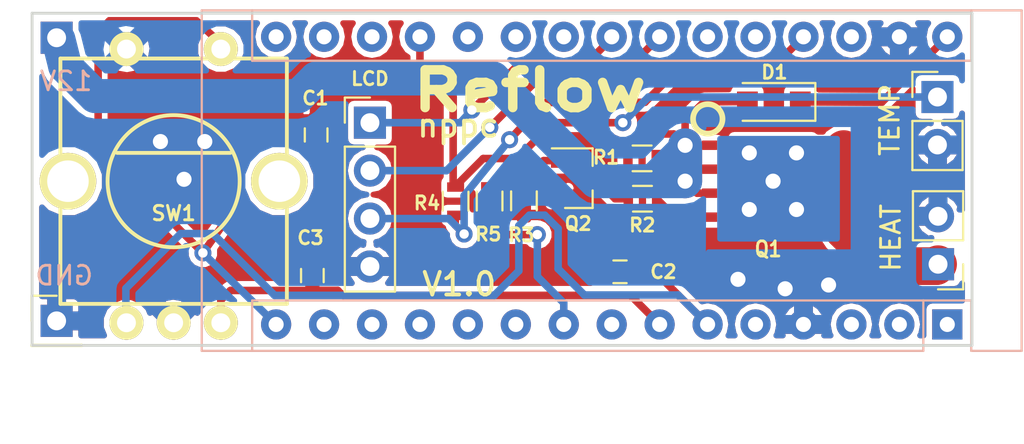
<source format=kicad_pcb>
(kicad_pcb (version 4) (host pcbnew 4.0.7)

  (general
    (links 41)
    (no_connects 0)
    (area 123.224999 118.424999 173.175001 136.175001)
    (thickness 1.6)
    (drawings 8)
    (tracks 200)
    (zones 0)
    (modules 18)
    (nets 35)
  )

  (page A4)
  (layers
    (0 F.Cu signal)
    (31 B.Cu signal)
    (32 B.Adhes user)
    (33 F.Adhes user)
    (34 B.Paste user)
    (35 F.Paste user)
    (36 B.SilkS user)
    (37 F.SilkS user)
    (38 B.Mask user)
    (39 F.Mask user)
    (40 Dwgs.User user)
    (41 Cmts.User user)
    (42 Eco1.User user)
    (43 Eco2.User user)
    (44 Edge.Cuts user)
    (45 Margin user)
    (46 B.CrtYd user)
    (47 F.CrtYd user)
    (48 B.Fab user)
    (49 F.Fab user)
  )

  (setup
    (last_trace_width 0.4)
    (user_trace_width 0.4)
    (user_trace_width 1.5)
    (user_trace_width 2)
    (trace_clearance 0.3)
    (zone_clearance 0.3)
    (zone_45_only yes)
    (trace_min 0.2)
    (segment_width 0.2)
    (edge_width 0.15)
    (via_size 0.9)
    (via_drill 0.5)
    (via_min_size 0.4)
    (via_min_drill 0.3)
    (user_via 1 0.5)
    (user_via 2.2 1)
    (uvia_size 0.3)
    (uvia_drill 0.1)
    (uvias_allowed no)
    (uvia_min_size 0.2)
    (uvia_min_drill 0.1)
    (pcb_text_width 0.3)
    (pcb_text_size 1.5 1.5)
    (mod_edge_width 0.15)
    (mod_text_size 1 1)
    (mod_text_width 0.15)
    (pad_size 1.524 1.524)
    (pad_drill 0.762)
    (pad_to_mask_clearance 0.2)
    (aux_axis_origin 0 0)
    (visible_elements 7FFFFF7F)
    (pcbplotparams
      (layerselection 0x00000_80000001)
      (usegerberextensions false)
      (excludeedgelayer false)
      (linewidth 0.100000)
      (plotframeref false)
      (viasonmask true)
      (mode 1)
      (useauxorigin false)
      (hpglpennumber 1)
      (hpglpenspeed 20)
      (hpglpendiameter 15)
      (hpglpenoverlay 2)
      (psnegative false)
      (psa4output false)
      (plotreference false)
      (plotvalue false)
      (plotinvisibletext false)
      (padsonsilk false)
      (subtractmaskfromsilk false)
      (outputformat 4)
      (mirror false)
      (drillshape 2)
      (scaleselection 1)
      (outputdirectory ""))
  )

  (net 0 "")
  (net 1 "Net-(D1-Pad1)")
  (net 2 GND)
  (net 3 +12V)
  (net 4 /Temp)
  (net 5 "Net-(J4-Pad1)")
  (net 6 "Net-(J4-Pad17)")
  (net 7 "Net-(J4-Pad2)")
  (net 8 "Net-(J4-Pad18)")
  (net 9 "Net-(J4-Pad3)")
  (net 10 "Net-(J4-Pad20)")
  (net 11 "Net-(J4-Pad5)")
  (net 12 "Net-(J4-Pad21)")
  (net 13 "Net-(J4-Pad22)")
  (net 14 "Net-(J4-Pad23)")
  (net 15 "Net-(J4-Pad8)")
  (net 16 "Net-(J4-Pad24)")
  (net 17 /Heat)
  (net 18 "Net-(J4-Pad25)")
  (net 19 "Net-(J4-Pad10)")
  (net 20 "Net-(J4-Pad26)")
  (net 21 "Net-(J4-Pad11)")
  (net 22 VCC)
  (net 23 "Net-(J4-Pad12)")
  (net 24 "Net-(J4-Pad28)")
  (net 25 "Net-(J4-Pad13)")
  (net 26 "Net-(J4-Pad14)")
  (net 27 "Net-(J4-Pad16)")
  (net 28 "Net-(Q1-Pad1)")
  (net 29 "Net-(Q2-Pad1)")
  (net 30 "Net-(Q2-Pad3)")
  (net 31 "Net-(C2-Pad1)")
  (net 32 "Net-(C3-Pad1)")
  (net 33 "Net-(C1-Pad1)")
  (net 34 "Net-(HEAT1-Pad1)")

  (net_class Default "This is the default net class."
    (clearance 0.3)
    (trace_width 0.4)
    (via_dia 0.9)
    (via_drill 0.5)
    (uvia_dia 0.3)
    (uvia_drill 0.1)
    (add_net /Heat)
    (add_net /Temp)
    (add_net "Net-(C1-Pad1)")
    (add_net "Net-(C2-Pad1)")
    (add_net "Net-(C3-Pad1)")
    (add_net "Net-(HEAT1-Pad1)")
    (add_net "Net-(J4-Pad1)")
    (add_net "Net-(J4-Pad10)")
    (add_net "Net-(J4-Pad11)")
    (add_net "Net-(J4-Pad12)")
    (add_net "Net-(J4-Pad13)")
    (add_net "Net-(J4-Pad14)")
    (add_net "Net-(J4-Pad16)")
    (add_net "Net-(J4-Pad17)")
    (add_net "Net-(J4-Pad18)")
    (add_net "Net-(J4-Pad2)")
    (add_net "Net-(J4-Pad20)")
    (add_net "Net-(J4-Pad21)")
    (add_net "Net-(J4-Pad22)")
    (add_net "Net-(J4-Pad23)")
    (add_net "Net-(J4-Pad24)")
    (add_net "Net-(J4-Pad25)")
    (add_net "Net-(J4-Pad26)")
    (add_net "Net-(J4-Pad28)")
    (add_net "Net-(J4-Pad3)")
    (add_net "Net-(J4-Pad5)")
    (add_net "Net-(J4-Pad8)")
    (add_net "Net-(Q1-Pad1)")
    (add_net "Net-(Q2-Pad1)")
    (add_net "Net-(Q2-Pad3)")
    (add_net VCC)
  )

  (net_class 12V ""
    (clearance 0.3)
    (trace_width 1.8)
    (via_dia 1.5)
    (via_drill 0.8)
    (uvia_dia 0.3)
    (uvia_drill 0.1)
    (add_net +12V)
    (add_net GND)
  )

  (net_class Thin ""
    (clearance 0.26)
    (trace_width 0.3)
    (via_dia 0.7)
    (via_drill 0.4)
    (uvia_dia 0.3)
    (uvia_drill 0.1)
    (add_net "Net-(D1-Pad1)")
  )

  (module KiCadCustomLibs:DFN-8-1EP_6x5mm (layer F.Cu) (tedit 5A21536F) (tstamp 5A2003B8)
    (at 162.1 127.4)
    (descr "DD Package; 8-Lead Plastic DFN (6mm x 5mm) (see http://www.everspin.com/file/236/download)")
    (tags "dfn ")
    (path /5A1FDB48)
    (attr smd)
    (fp_text reference Q1 (at 0.2 3.6) (layer F.SilkS)
      (effects (font (size 0.8 0.7) (thickness 0.15)))
    )
    (fp_text value AON6403 (at 0 3.65) (layer F.Fab)
      (effects (font (size 1 1) (thickness 0.15)))
    )
    (fp_circle (center -3 -3.3) (end -2.5 -2.7) (layer F.SilkS) (width 0.3))
    (fp_line (start -2 -2.5) (end -3 -1.5) (layer F.Fab) (width 0.1))
    (fp_line (start -3 2.5) (end -3 -1.5) (layer F.Fab) (width 0.1))
    (fp_line (start 3 2.5) (end -3 2.5) (layer F.Fab) (width 0.1))
    (fp_line (start 3 -2.5) (end 3 2.5) (layer F.Fab) (width 0.1))
    (fp_line (start -2 -2.5) (end 3 -2.5) (layer F.Fab) (width 0.1))
    (fp_line (start -3.7 2.8) (end -3.7 -2.9) (layer F.CrtYd) (width 0.05))
    (fp_line (start 3.7 2.8) (end -3.7 2.8) (layer F.CrtYd) (width 0.05))
    (fp_line (start 3.7 -2.9) (end 3.7 2.8) (layer F.CrtYd) (width 0.05))
    (fp_line (start -3.7 -2.9) (end 3.7 -2.9) (layer F.CrtYd) (width 0.05))
    (fp_text user %R (at 0 0) (layer F.Fab)
      (effects (font (size 1 1) (thickness 0.15)))
    )
    (pad 2 smd rect (at 0.46 0 270) (size 4.6 4.12) (layers F.Cu F.Paste F.Mask)
      (net 34 "Net-(HEAT1-Pad1)") (solder_mask_margin 0.1) (solder_paste_margin -0.15) (clearance 0.1))
    (pad 3 smd rect (at -2.9 -1.905 270) (size 0.5 0.8) (layers F.Cu F.Paste F.Mask)
      (net 3 +12V) (solder_mask_margin 0.1) (clearance 0.1))
    (pad 3 smd rect (at -2.9 -0.635 270) (size 0.5 0.8) (layers F.Cu F.Paste F.Mask)
      (net 3 +12V) (solder_mask_margin 0.1) (clearance 0.1))
    (pad 3 smd rect (at -2.9 0.635 270) (size 0.5 0.8) (layers F.Cu F.Paste F.Mask)
      (net 3 +12V) (solder_mask_margin 0.1) (clearance 0.1))
    (pad 1 smd rect (at -2.9 1.905 270) (size 0.5 0.8) (layers F.Cu F.Paste F.Mask)
      (net 28 "Net-(Q1-Pad1)") (solder_mask_margin 0.1) (clearance 0.1))
    (pad 2 smd rect (at 2.9 1.905 270) (size 0.5 0.8) (layers F.Cu F.Paste F.Mask)
      (net 34 "Net-(HEAT1-Pad1)") (solder_mask_margin 0.1) (clearance 0.1))
    (pad 2 smd rect (at 2.9 0.635 270) (size 0.5 0.8) (layers F.Cu F.Paste F.Mask)
      (net 34 "Net-(HEAT1-Pad1)") (solder_mask_margin 0.1) (clearance 0.1))
    (pad 2 smd rect (at 2.9 -0.635 270) (size 0.5 0.8) (layers F.Cu F.Paste F.Mask)
      (net 34 "Net-(HEAT1-Pad1)") (solder_mask_margin 0.1) (clearance 0.1))
    (pad 2 smd rect (at 2.9 -1.905 270) (size 0.5 0.8) (layers F.Cu F.Paste F.Mask)
      (net 34 "Net-(HEAT1-Pad1)") (solder_mask_margin 0.1) (clearance 0.1))
    (model ${KISYS3DMOD}/Housings_DFN_QFN.3dshapes/DFN-8-1EP_6x5mm_Pitch1.27mm.wrl
      (at (xyz 0 0 0))
      (scale (xyz 1 1 1))
      (rotate (xyz 0 0 0))
    )
  )

  (module Pin_Headers:Pin_Header_Straight_1x01_Pitch2.54mm (layer F.Cu) (tedit 5A214CD4) (tstamp 5A21259F)
    (at 124.6 119.8)
    (descr "Through hole straight pin header, 1x01, 2.54mm pitch, single row")
    (tags "Through hole pin header THT 1x01 2.54mm single row")
    (path /5A2130CC)
    (fp_text reference 12V (at 0.5 2.3) (layer B.SilkS)
      (effects (font (size 1 1) (thickness 0.15)) (justify mirror))
    )
    (fp_text value PWR (at 0 2.33) (layer F.Fab) hide
      (effects (font (size 1 1) (thickness 0.15)))
    )
    (fp_line (start -0.635 -1.27) (end 1.27 -1.27) (layer F.Fab) (width 0.1))
    (fp_line (start 1.27 -1.27) (end 1.27 1.27) (layer F.Fab) (width 0.1))
    (fp_line (start 1.27 1.27) (end -1.27 1.27) (layer F.Fab) (width 0.1))
    (fp_line (start -1.27 1.27) (end -1.27 -0.635) (layer F.Fab) (width 0.1))
    (fp_line (start -1.27 -0.635) (end -0.635 -1.27) (layer F.Fab) (width 0.1))
    (fp_line (start -1.8 -1.8) (end -1.8 1.8) (layer F.CrtYd) (width 0.05))
    (fp_line (start -1.8 1.8) (end 1.8 1.8) (layer F.CrtYd) (width 0.05))
    (fp_line (start 1.8 1.8) (end 1.8 -1.8) (layer F.CrtYd) (width 0.05))
    (fp_line (start 1.8 -1.8) (end -1.8 -1.8) (layer F.CrtYd) (width 0.05))
    (fp_text user %R (at 0 0 90) (layer F.Fab)
      (effects (font (size 1 1) (thickness 0.15)))
    )
    (pad 1 thru_hole rect (at 0 0) (size 1.7 1.7) (drill 1) (layers *.Cu *.Mask)
      (net 3 +12V))
  )

  (module ROTARY-ENCODER (layer F.Cu) (tedit 5A2129B8) (tstamp 5A200433)
    (at 130.8 127.4)
    (path /5A203BA2)
    (fp_text reference SW1 (at 0 1.7) (layer F.SilkS)
      (effects (font (size 0.762 0.762) (thickness 0.1524)))
    )
    (fp_text value Rotary_Encoder (at 0 0) (layer F.SilkS) hide
      (effects (font (size 0.762 0.762) (thickness 0.1524)))
    )
    (fp_line (start 3 -1.5) (end -3 -1.5) (layer F.SilkS) (width 0.2032))
    (fp_circle (center 0 0) (end 3.5 0) (layer F.SilkS) (width 0.2032))
    (fp_line (start 6 6.5) (end -6 6.5) (layer F.SilkS) (width 0.2032))
    (fp_line (start -6 6.5) (end -6 -6.5) (layer F.SilkS) (width 0.2032))
    (fp_line (start -6 -6.5) (end 6 -6.5) (layer F.SilkS) (width 0.2032))
    (fp_line (start 6 -6.5) (end 6 6.5) (layer F.SilkS) (width 0.2032))
    (pad 1 thru_hole circle (at -2.5 7.5) (size 1.8 1.8) (drill 1) (layers *.Cu *.Mask F.SilkS)
      (net 31 "Net-(C2-Pad1)"))
    (pad 3 thru_hole circle (at 2.5 7.5) (size 1.8 1.8) (drill 1) (layers *.Cu *.Mask F.SilkS)
      (net 32 "Net-(C3-Pad1)"))
    (pad 2 thru_hole circle (at 0 7.5) (size 1.8 1.8) (drill 1) (layers *.Cu *.Mask F.SilkS)
      (net 2 GND))
    (pad 4 thru_hole circle (at -2.5 -7) (size 1.8 1.8) (drill 1) (layers *.Cu *.Mask F.SilkS)
      (net 2 GND))
    (pad 5 thru_hole circle (at 2.5 -7) (size 1.8 1.8) (drill 1) (layers *.Cu *.Mask F.SilkS)
      (net 33 "Net-(C1-Pad1)"))
    (pad "" thru_hole circle (at 5.6 0) (size 3 3) (drill 2.2) (layers *.Cu *.Mask F.SilkS))
    (pad "" thru_hole circle (at -5.6 0) (size 3 3) (drill 2.2) (layers *.Cu *.Mask F.SilkS))
    (model AB2_ROT_ENC_W_SW.wrl
      (at (xyz 0 0 0))
      (scale (xyz 0.015 0.015 0.015))
      (rotate (xyz 0 0 180))
    )
  )

  (module Diodes_SMD:D_SOD-123F (layer F.Cu) (tedit 5A215310) (tstamp 5A20032D)
    (at 162.6 123.2 180)
    (descr D_SOD-123F)
    (tags D_SOD-123F)
    (path /5A201D3A)
    (attr smd)
    (fp_text reference D1 (at -0.03 1.57 180) (layer F.SilkS)
      (effects (font (size 0.7 0.7) (thickness 0.15)))
    )
    (fp_text value D (at 0 2.1 180) (layer F.Fab) hide
      (effects (font (size 1 1) (thickness 0.15)))
    )
    (fp_text user %R (at -0.127 -1.905 180) (layer F.Fab) hide
      (effects (font (size 1 1) (thickness 0.15)))
    )
    (fp_line (start -2.2 -1) (end -2.2 1) (layer F.SilkS) (width 0.12))
    (fp_line (start 0.25 0) (end 0.75 0) (layer F.Fab) (width 0.1))
    (fp_line (start 0.25 0.4) (end -0.35 0) (layer F.Fab) (width 0.1))
    (fp_line (start 0.25 -0.4) (end 0.25 0.4) (layer F.Fab) (width 0.1))
    (fp_line (start -0.35 0) (end 0.25 -0.4) (layer F.Fab) (width 0.1))
    (fp_line (start -0.35 0) (end -0.35 0.55) (layer F.Fab) (width 0.1))
    (fp_line (start -0.35 0) (end -0.35 -0.55) (layer F.Fab) (width 0.1))
    (fp_line (start -0.75 0) (end -0.35 0) (layer F.Fab) (width 0.1))
    (fp_line (start -1.4 0.9) (end -1.4 -0.9) (layer F.Fab) (width 0.1))
    (fp_line (start 1.4 0.9) (end -1.4 0.9) (layer F.Fab) (width 0.1))
    (fp_line (start 1.4 -0.9) (end 1.4 0.9) (layer F.Fab) (width 0.1))
    (fp_line (start -1.4 -0.9) (end 1.4 -0.9) (layer F.Fab) (width 0.1))
    (fp_line (start -2.2 -1.15) (end 2.2 -1.15) (layer F.CrtYd) (width 0.05))
    (fp_line (start 2.2 -1.15) (end 2.2 1.15) (layer F.CrtYd) (width 0.05))
    (fp_line (start 2.2 1.15) (end -2.2 1.15) (layer F.CrtYd) (width 0.05))
    (fp_line (start -2.2 -1.15) (end -2.2 1.15) (layer F.CrtYd) (width 0.05))
    (fp_line (start -2.2 1) (end 1.65 1) (layer F.SilkS) (width 0.12))
    (fp_line (start -2.2 -1) (end 1.65 -1) (layer F.SilkS) (width 0.12))
    (pad 1 smd rect (at -1.4 0 180) (size 1.1 1.1) (layers F.Cu F.Paste F.Mask)
      (net 1 "Net-(D1-Pad1)"))
    (pad 2 smd rect (at 1.4 0 180) (size 1.1 1.1) (layers F.Cu F.Paste F.Mask)
      (net 3 +12V))
    (model ${KISYS3DMOD}/Diodes_SMD.3dshapes/D_SOD-123F.wrl
      (at (xyz 0 0 0))
      (scale (xyz 1 1 1))
      (rotate (xyz 0 0 0))
    )
  )

  (module Modules:Arduino_Nano (layer B.Cu) (tedit 5A201141) (tstamp 5A20037C)
    (at 171.79 134.99 90)
    (descr "Arduino Nano, http://www.mouser.com/pdfdocs/Gravitech_Arduino_Nano3_0.pdf")
    (tags "Arduino Nano")
    (path /5A1FFBDE)
    (fp_text reference J4 (at 7.62 5.08 90) (layer B.SilkS) hide
      (effects (font (size 1 1) (thickness 0.15)) (justify mirror))
    )
    (fp_text value Arduino_Nano_Header (at 8.89 -19.05 360) (layer B.Fab)
      (effects (font (size 1 1) (thickness 0.15)) (justify mirror))
    )
    (fp_text user %R (at 6.35 -19.05 360) (layer B.Fab)
      (effects (font (size 1 1) (thickness 0.15)) (justify mirror))
    )
    (fp_line (start 1.27 -1.27) (end 1.27 1.27) (layer B.SilkS) (width 0.12))
    (fp_line (start 1.27 1.27) (end -1.4 1.27) (layer B.SilkS) (width 0.12))
    (fp_line (start -1.4 -1.27) (end -1.4 -39.5) (layer B.SilkS) (width 0.12))
    (fp_line (start -1.4 3.94) (end -1.4 1.27) (layer B.SilkS) (width 0.12))
    (fp_line (start 13.97 1.27) (end 16.64 1.27) (layer B.SilkS) (width 0.12))
    (fp_line (start 13.97 1.27) (end 13.97 -36.83) (layer B.SilkS) (width 0.12))
    (fp_line (start 13.97 -36.83) (end 16.64 -36.83) (layer B.SilkS) (width 0.12))
    (fp_line (start 1.27 -1.27) (end -1.4 -1.27) (layer B.SilkS) (width 0.12))
    (fp_line (start 1.27 -1.27) (end 1.27 -36.83) (layer B.SilkS) (width 0.12))
    (fp_line (start 1.27 -36.83) (end -1.4 -36.83) (layer B.SilkS) (width 0.12))
    (fp_line (start 3.81 -31.75) (end 11.43 -31.75) (layer B.Fab) (width 0.1))
    (fp_line (start 11.43 -31.75) (end 11.43 -41.91) (layer B.Fab) (width 0.1))
    (fp_line (start 11.43 -41.91) (end 3.81 -41.91) (layer B.Fab) (width 0.1))
    (fp_line (start 3.81 -41.91) (end 3.81 -31.75) (layer B.Fab) (width 0.1))
    (fp_line (start -1.4 -39.5) (end 16.64 -39.5) (layer B.SilkS) (width 0.12))
    (fp_line (start 16.64 -39.5) (end 16.64 3.94) (layer B.SilkS) (width 0.12))
    (fp_line (start 16.64 3.94) (end -1.4 3.94) (layer B.SilkS) (width 0.12))
    (fp_line (start 16.51 -39.37) (end -1.27 -39.37) (layer B.Fab) (width 0.1))
    (fp_line (start -1.27 -39.37) (end -1.27 2.54) (layer B.Fab) (width 0.1))
    (fp_line (start -1.27 2.54) (end 0 3.81) (layer B.Fab) (width 0.1))
    (fp_line (start 0 3.81) (end 16.51 3.81) (layer B.Fab) (width 0.1))
    (fp_line (start 16.51 3.81) (end 16.51 -39.37) (layer B.Fab) (width 0.1))
    (fp_line (start -1.53 4.06) (end 16.75 4.06) (layer B.CrtYd) (width 0.05))
    (fp_line (start -1.53 4.06) (end -1.53 -42.16) (layer B.CrtYd) (width 0.05))
    (fp_line (start 16.75 -42.16) (end 16.75 4.06) (layer B.CrtYd) (width 0.05))
    (fp_line (start 16.75 -42.16) (end -1.53 -42.16) (layer B.CrtYd) (width 0.05))
    (pad 1 thru_hole rect (at 0 0 90) (size 1.6 1.6) (drill 0.8) (layers *.Cu *.Mask)
      (net 5 "Net-(J4-Pad1)"))
    (pad 17 thru_hole oval (at 15.24 -33.02 90) (size 1.6 1.6) (drill 0.8) (layers *.Cu *.Mask)
      (net 6 "Net-(J4-Pad17)"))
    (pad 2 thru_hole oval (at 0 -2.54 90) (size 1.6 1.6) (drill 0.8) (layers *.Cu *.Mask)
      (net 7 "Net-(J4-Pad2)"))
    (pad 18 thru_hole oval (at 15.24 -30.48 90) (size 1.6 1.6) (drill 0.8) (layers *.Cu *.Mask)
      (net 8 "Net-(J4-Pad18)"))
    (pad 3 thru_hole oval (at 0 -5.08 90) (size 1.6 1.6) (drill 0.8) (layers *.Cu *.Mask)
      (net 9 "Net-(J4-Pad3)"))
    (pad 19 thru_hole oval (at 15.24 -27.94 90) (size 1.6 1.6) (drill 0.8) (layers *.Cu *.Mask)
      (net 4 /Temp))
    (pad 4 thru_hole oval (at 0 -7.62 90) (size 1.6 1.6) (drill 0.8) (layers *.Cu *.Mask)
      (net 2 GND))
    (pad 20 thru_hole oval (at 15.24 -25.4 90) (size 1.6 1.6) (drill 0.8) (layers *.Cu *.Mask)
      (net 10 "Net-(J4-Pad20)"))
    (pad 5 thru_hole oval (at 0 -10.16 90) (size 1.6 1.6) (drill 0.8) (layers *.Cu *.Mask)
      (net 11 "Net-(J4-Pad5)"))
    (pad 21 thru_hole oval (at 15.24 -22.86 90) (size 1.6 1.6) (drill 0.8) (layers *.Cu *.Mask)
      (net 12 "Net-(J4-Pad21)"))
    (pad 6 thru_hole oval (at 0 -12.7 90) (size 1.6 1.6) (drill 0.8) (layers *.Cu *.Mask)
      (net 31 "Net-(C2-Pad1)"))
    (pad 22 thru_hole oval (at 15.24 -20.32 90) (size 1.6 1.6) (drill 0.8) (layers *.Cu *.Mask)
      (net 13 "Net-(J4-Pad22)"))
    (pad 7 thru_hole oval (at 0 -15.24 90) (size 1.6 1.6) (drill 0.8) (layers *.Cu *.Mask)
      (net 32 "Net-(C3-Pad1)"))
    (pad 23 thru_hole oval (at 15.24 -17.78 90) (size 1.6 1.6) (drill 0.8) (layers *.Cu *.Mask)
      (net 14 "Net-(J4-Pad23)"))
    (pad 8 thru_hole oval (at 0 -17.78 90) (size 1.6 1.6) (drill 0.8) (layers *.Cu *.Mask)
      (net 15 "Net-(J4-Pad8)"))
    (pad 24 thru_hole oval (at 15.24 -15.24 90) (size 1.6 1.6) (drill 0.8) (layers *.Cu *.Mask)
      (net 16 "Net-(J4-Pad24)"))
    (pad 9 thru_hole oval (at 0 -20.32 90) (size 1.6 1.6) (drill 0.8) (layers *.Cu *.Mask)
      (net 17 /Heat))
    (pad 25 thru_hole oval (at 15.24 -12.7 90) (size 1.6 1.6) (drill 0.8) (layers *.Cu *.Mask)
      (net 18 "Net-(J4-Pad25)"))
    (pad 10 thru_hole oval (at 0 -22.86 90) (size 1.6 1.6) (drill 0.8) (layers *.Cu *.Mask)
      (net 19 "Net-(J4-Pad10)"))
    (pad 26 thru_hole oval (at 15.24 -10.16 90) (size 1.6 1.6) (drill 0.8) (layers *.Cu *.Mask)
      (net 20 "Net-(J4-Pad26)"))
    (pad 11 thru_hole oval (at 0 -25.4 90) (size 1.6 1.6) (drill 0.8) (layers *.Cu *.Mask)
      (net 21 "Net-(J4-Pad11)"))
    (pad 27 thru_hole oval (at 15.24 -7.62 90) (size 1.6 1.6) (drill 0.8) (layers *.Cu *.Mask)
      (net 22 VCC))
    (pad 12 thru_hole oval (at 0 -27.94 90) (size 1.6 1.6) (drill 0.8) (layers *.Cu *.Mask)
      (net 23 "Net-(J4-Pad12)"))
    (pad 28 thru_hole oval (at 15.24 -5.08 90) (size 1.6 1.6) (drill 0.8) (layers *.Cu *.Mask)
      (net 24 "Net-(J4-Pad28)"))
    (pad 13 thru_hole oval (at 0 -30.48 90) (size 1.6 1.6) (drill 0.8) (layers *.Cu *.Mask)
      (net 25 "Net-(J4-Pad13)"))
    (pad 29 thru_hole oval (at 15.24 -2.54 90) (size 1.6 1.6) (drill 0.8) (layers *.Cu *.Mask)
      (net 2 GND))
    (pad 14 thru_hole oval (at 0 -33.02 90) (size 1.6 1.6) (drill 0.8) (layers *.Cu *.Mask)
      (net 26 "Net-(J4-Pad14)"))
    (pad 30 thru_hole oval (at 15.24 0 90) (size 1.6 1.6) (drill 0.8) (layers *.Cu *.Mask)
      (net 1 "Net-(D1-Pad1)"))
    (pad 15 thru_hole oval (at 0 -35.56 90) (size 1.6 1.6) (drill 0.8) (layers *.Cu *.Mask)
      (net 33 "Net-(C1-Pad1)"))
    (pad 16 thru_hole oval (at 15.24 -35.56 90) (size 1.6 1.6) (drill 0.8) (layers *.Cu *.Mask)
      (net 27 "Net-(J4-Pad16)"))
  )

  (module Pin_Headers:Pin_Header_Straight_1x04_Pitch2.54mm (layer F.Cu) (tedit 5A215327) (tstamp 5A200394)
    (at 141.2 124.3)
    (descr "Through hole straight pin header, 1x04, 2.54mm pitch, single row")
    (tags "Through hole pin header THT 1x04 2.54mm single row")
    (path /5A201342)
    (fp_text reference LCD (at 0 -2.33) (layer F.SilkS)
      (effects (font (size 0.7 0.7) (thickness 0.15)))
    )
    (fp_text value LCD (at 0 9.95) (layer F.Fab)
      (effects (font (size 1 1) (thickness 0.15)))
    )
    (fp_line (start -0.635 -1.27) (end 1.27 -1.27) (layer F.Fab) (width 0.1))
    (fp_line (start 1.27 -1.27) (end 1.27 8.89) (layer F.Fab) (width 0.1))
    (fp_line (start 1.27 8.89) (end -1.27 8.89) (layer F.Fab) (width 0.1))
    (fp_line (start -1.27 8.89) (end -1.27 -0.635) (layer F.Fab) (width 0.1))
    (fp_line (start -1.27 -0.635) (end -0.635 -1.27) (layer F.Fab) (width 0.1))
    (fp_line (start -1.33 8.95) (end 1.33 8.95) (layer F.SilkS) (width 0.12))
    (fp_line (start -1.33 1.27) (end -1.33 8.95) (layer F.SilkS) (width 0.12))
    (fp_line (start 1.33 1.27) (end 1.33 8.95) (layer F.SilkS) (width 0.12))
    (fp_line (start -1.33 1.27) (end 1.33 1.27) (layer F.SilkS) (width 0.12))
    (fp_line (start -1.33 0) (end -1.33 -1.33) (layer F.SilkS) (width 0.12))
    (fp_line (start -1.33 -1.33) (end 0 -1.33) (layer F.SilkS) (width 0.12))
    (fp_line (start -1.8 -1.8) (end -1.8 9.4) (layer F.CrtYd) (width 0.05))
    (fp_line (start -1.8 9.4) (end 1.8 9.4) (layer F.CrtYd) (width 0.05))
    (fp_line (start 1.8 9.4) (end 1.8 -1.8) (layer F.CrtYd) (width 0.05))
    (fp_line (start 1.8 -1.8) (end -1.8 -1.8) (layer F.CrtYd) (width 0.05))
    (fp_text user %R (at 0 3.81 90) (layer F.Fab)
      (effects (font (size 1 1) (thickness 0.15)))
    )
    (pad 1 thru_hole rect (at 0 0) (size 1.7 1.7) (drill 1) (layers *.Cu *.Mask)
      (net 14 "Net-(J4-Pad23)"))
    (pad 2 thru_hole oval (at 0 2.54) (size 1.7 1.7) (drill 1) (layers *.Cu *.Mask)
      (net 16 "Net-(J4-Pad24)"))
    (pad 3 thru_hole oval (at 0 5.08) (size 1.7 1.7) (drill 1) (layers *.Cu *.Mask)
      (net 22 VCC))
    (pad 4 thru_hole oval (at 0 7.62) (size 1.7 1.7) (drill 1) (layers *.Cu *.Mask)
      (net 2 GND))
  )

  (module TO_SOT_Packages_SMD:SOT-23 (layer F.Cu) (tedit 5A2152E9) (tstamp 5A2003CD)
    (at 152.24 127.24)
    (descr "SOT-23, Standard")
    (tags SOT-23)
    (path /59B2A260)
    (attr smd)
    (fp_text reference Q2 (at -0.01 2.41) (layer F.SilkS)
      (effects (font (size 0.7 0.7) (thickness 0.15)))
    )
    (fp_text value SI2308 (at 0 2.5) (layer F.Fab) hide
      (effects (font (size 1 1) (thickness 0.15)))
    )
    (fp_text user %R (at 0 0 90) (layer F.Fab)
      (effects (font (size 0.5 0.5) (thickness 0.075)))
    )
    (fp_line (start -0.7 -0.95) (end -0.7 1.5) (layer F.Fab) (width 0.1))
    (fp_line (start -0.15 -1.52) (end 0.7 -1.52) (layer F.Fab) (width 0.1))
    (fp_line (start -0.7 -0.95) (end -0.15 -1.52) (layer F.Fab) (width 0.1))
    (fp_line (start 0.7 -1.52) (end 0.7 1.52) (layer F.Fab) (width 0.1))
    (fp_line (start -0.7 1.52) (end 0.7 1.52) (layer F.Fab) (width 0.1))
    (fp_line (start 0.76 1.58) (end 0.76 0.65) (layer F.SilkS) (width 0.12))
    (fp_line (start 0.76 -1.58) (end 0.76 -0.65) (layer F.SilkS) (width 0.12))
    (fp_line (start -1.7 -1.75) (end 1.7 -1.75) (layer F.CrtYd) (width 0.05))
    (fp_line (start 1.7 -1.75) (end 1.7 1.75) (layer F.CrtYd) (width 0.05))
    (fp_line (start 1.7 1.75) (end -1.7 1.75) (layer F.CrtYd) (width 0.05))
    (fp_line (start -1.7 1.75) (end -1.7 -1.75) (layer F.CrtYd) (width 0.05))
    (fp_line (start 0.76 -1.58) (end -1.4 -1.58) (layer F.SilkS) (width 0.12))
    (fp_line (start 0.76 1.58) (end -0.7 1.58) (layer F.SilkS) (width 0.12))
    (pad 1 smd rect (at -1 -0.95) (size 0.9 0.8) (layers F.Cu F.Paste F.Mask)
      (net 29 "Net-(Q2-Pad1)"))
    (pad 2 smd rect (at -1 0.95) (size 0.9 0.8) (layers F.Cu F.Paste F.Mask)
      (net 2 GND))
    (pad 3 smd rect (at 1 0) (size 0.9 0.8) (layers F.Cu F.Paste F.Mask)
      (net 30 "Net-(Q2-Pad3)"))
    (model ${KISYS3DMOD}/TO_SOT_Packages_SMD.3dshapes/SOT-23.wrl
      (at (xyz 0 0 0))
      (scale (xyz 1 1 1))
      (rotate (xyz 0 0 0))
    )
  )

  (module Resistors_SMD:R_0603 (layer F.Cu) (tedit 5A21558F) (tstamp 5A2003DE)
    (at 155.62 126.19)
    (descr "Resistor SMD 0603, reflow soldering, Vishay (see dcrcw.pdf)")
    (tags "resistor 0603")
    (path /5A1FE14B)
    (attr smd)
    (fp_text reference R1 (at -1.91 -0.05) (layer F.SilkS)
      (effects (font (size 0.7 0.7) (thickness 0.15)))
    )
    (fp_text value 100K (at 0 1.5) (layer F.Fab) hide
      (effects (font (size 1 1) (thickness 0.15)))
    )
    (fp_text user %R (at 0 0) (layer F.Fab)
      (effects (font (size 0.4 0.4) (thickness 0.075)))
    )
    (fp_line (start -0.8 0.4) (end -0.8 -0.4) (layer F.Fab) (width 0.1))
    (fp_line (start 0.8 0.4) (end -0.8 0.4) (layer F.Fab) (width 0.1))
    (fp_line (start 0.8 -0.4) (end 0.8 0.4) (layer F.Fab) (width 0.1))
    (fp_line (start -0.8 -0.4) (end 0.8 -0.4) (layer F.Fab) (width 0.1))
    (fp_line (start 0.5 0.68) (end -0.5 0.68) (layer F.SilkS) (width 0.12))
    (fp_line (start -0.5 -0.68) (end 0.5 -0.68) (layer F.SilkS) (width 0.12))
    (fp_line (start -1.25 -0.7) (end 1.25 -0.7) (layer F.CrtYd) (width 0.05))
    (fp_line (start -1.25 -0.7) (end -1.25 0.7) (layer F.CrtYd) (width 0.05))
    (fp_line (start 1.25 0.7) (end 1.25 -0.7) (layer F.CrtYd) (width 0.05))
    (fp_line (start 1.25 0.7) (end -1.25 0.7) (layer F.CrtYd) (width 0.05))
    (pad 1 smd rect (at -0.75 0) (size 0.5 0.9) (layers F.Cu F.Paste F.Mask)
      (net 3 +12V))
    (pad 2 smd rect (at 0.75 0) (size 0.5 0.9) (layers F.Cu F.Paste F.Mask)
      (net 28 "Net-(Q1-Pad1)"))
    (model ${KISYS3DMOD}/Resistors_SMD.3dshapes/R_0603.wrl
      (at (xyz 0 0 0))
      (scale (xyz 1 1 1))
      (rotate (xyz 0 0 0))
    )
  )

  (module Resistors_SMD:R_0603 (layer F.Cu) (tedit 5A2152F3) (tstamp 5A2003EF)
    (at 155.64 128.33 180)
    (descr "Resistor SMD 0603, reflow soldering, Vishay (see dcrcw.pdf)")
    (tags "resistor 0603")
    (path /5A1FDF45)
    (attr smd)
    (fp_text reference R2 (at 0.01 -1.4 180) (layer F.SilkS)
      (effects (font (size 0.7 0.7) (thickness 0.15)))
    )
    (fp_text value 1K (at 0 1.5 180) (layer F.Fab) hide
      (effects (font (size 1 1) (thickness 0.15)))
    )
    (fp_text user %R (at 0 0 180) (layer F.Fab)
      (effects (font (size 0.4 0.4) (thickness 0.075)))
    )
    (fp_line (start -0.8 0.4) (end -0.8 -0.4) (layer F.Fab) (width 0.1))
    (fp_line (start 0.8 0.4) (end -0.8 0.4) (layer F.Fab) (width 0.1))
    (fp_line (start 0.8 -0.4) (end 0.8 0.4) (layer F.Fab) (width 0.1))
    (fp_line (start -0.8 -0.4) (end 0.8 -0.4) (layer F.Fab) (width 0.1))
    (fp_line (start 0.5 0.68) (end -0.5 0.68) (layer F.SilkS) (width 0.12))
    (fp_line (start -0.5 -0.68) (end 0.5 -0.68) (layer F.SilkS) (width 0.12))
    (fp_line (start -1.25 -0.7) (end 1.25 -0.7) (layer F.CrtYd) (width 0.05))
    (fp_line (start -1.25 -0.7) (end -1.25 0.7) (layer F.CrtYd) (width 0.05))
    (fp_line (start 1.25 0.7) (end 1.25 -0.7) (layer F.CrtYd) (width 0.05))
    (fp_line (start 1.25 0.7) (end -1.25 0.7) (layer F.CrtYd) (width 0.05))
    (pad 1 smd rect (at -0.75 0 180) (size 0.5 0.9) (layers F.Cu F.Paste F.Mask)
      (net 28 "Net-(Q1-Pad1)"))
    (pad 2 smd rect (at 0.75 0 180) (size 0.5 0.9) (layers F.Cu F.Paste F.Mask)
      (net 30 "Net-(Q2-Pad3)"))
    (model ${KISYS3DMOD}/Resistors_SMD.3dshapes/R_0603.wrl
      (at (xyz 0 0 0))
      (scale (xyz 1 1 1))
      (rotate (xyz 0 0 0))
    )
  )

  (module Resistors_SMD:R_0603 (layer F.Cu) (tedit 5A215574) (tstamp 5A200400)
    (at 149.36 128.44 270)
    (descr "Resistor SMD 0603, reflow soldering, Vishay (see dcrcw.pdf)")
    (tags "resistor 0603")
    (path /5A1FE630)
    (attr smd)
    (fp_text reference R3 (at 1.81 0.14 360) (layer F.SilkS)
      (effects (font (size 0.7 0.7) (thickness 0.15)))
    )
    (fp_text value 10K (at 0 1.5 270) (layer F.Fab) hide
      (effects (font (size 1 1) (thickness 0.15)))
    )
    (fp_text user %R (at 0 0 270) (layer F.Fab)
      (effects (font (size 0.4 0.4) (thickness 0.075)))
    )
    (fp_line (start -0.8 0.4) (end -0.8 -0.4) (layer F.Fab) (width 0.1))
    (fp_line (start 0.8 0.4) (end -0.8 0.4) (layer F.Fab) (width 0.1))
    (fp_line (start 0.8 -0.4) (end 0.8 0.4) (layer F.Fab) (width 0.1))
    (fp_line (start -0.8 -0.4) (end 0.8 -0.4) (layer F.Fab) (width 0.1))
    (fp_line (start 0.5 0.68) (end -0.5 0.68) (layer F.SilkS) (width 0.12))
    (fp_line (start -0.5 -0.68) (end 0.5 -0.68) (layer F.SilkS) (width 0.12))
    (fp_line (start -1.25 -0.7) (end 1.25 -0.7) (layer F.CrtYd) (width 0.05))
    (fp_line (start -1.25 -0.7) (end -1.25 0.7) (layer F.CrtYd) (width 0.05))
    (fp_line (start 1.25 0.7) (end 1.25 -0.7) (layer F.CrtYd) (width 0.05))
    (fp_line (start 1.25 0.7) (end -1.25 0.7) (layer F.CrtYd) (width 0.05))
    (pad 1 smd rect (at -0.75 0 270) (size 0.5 0.9) (layers F.Cu F.Paste F.Mask)
      (net 29 "Net-(Q2-Pad1)"))
    (pad 2 smd rect (at 0.75 0 270) (size 0.5 0.9) (layers F.Cu F.Paste F.Mask)
      (net 2 GND))
    (model ${KISYS3DMOD}/Resistors_SMD.3dshapes/R_0603.wrl
      (at (xyz 0 0 0))
      (scale (xyz 1 1 1))
      (rotate (xyz 0 0 0))
    )
  )

  (module Resistors_SMD:R_0603 (layer F.Cu) (tedit 5A215299) (tstamp 5A200411)
    (at 145.74 128.46 270)
    (descr "Resistor SMD 0603, reflow soldering, Vishay (see dcrcw.pdf)")
    (tags "resistor 0603")
    (path /59B2A57F)
    (attr smd)
    (fp_text reference R4 (at 0.1 1.52 360) (layer F.SilkS)
      (effects (font (size 0.7 0.7) (thickness 0.15)))
    )
    (fp_text value 4.7K (at 0 1.5 270) (layer F.Fab) hide
      (effects (font (size 1 1) (thickness 0.15)))
    )
    (fp_text user %R (at 0 0 270) (layer F.Fab)
      (effects (font (size 0.4 0.4) (thickness 0.075)))
    )
    (fp_line (start -0.8 0.4) (end -0.8 -0.4) (layer F.Fab) (width 0.1))
    (fp_line (start 0.8 0.4) (end -0.8 0.4) (layer F.Fab) (width 0.1))
    (fp_line (start 0.8 -0.4) (end 0.8 0.4) (layer F.Fab) (width 0.1))
    (fp_line (start -0.8 -0.4) (end 0.8 -0.4) (layer F.Fab) (width 0.1))
    (fp_line (start 0.5 0.68) (end -0.5 0.68) (layer F.SilkS) (width 0.12))
    (fp_line (start -0.5 -0.68) (end 0.5 -0.68) (layer F.SilkS) (width 0.12))
    (fp_line (start -1.25 -0.7) (end 1.25 -0.7) (layer F.CrtYd) (width 0.05))
    (fp_line (start -1.25 -0.7) (end -1.25 0.7) (layer F.CrtYd) (width 0.05))
    (fp_line (start 1.25 0.7) (end 1.25 -0.7) (layer F.CrtYd) (width 0.05))
    (fp_line (start 1.25 0.7) (end -1.25 0.7) (layer F.CrtYd) (width 0.05))
    (pad 1 smd rect (at -0.75 0 270) (size 0.5 0.9) (layers F.Cu F.Paste F.Mask)
      (net 4 /Temp))
    (pad 2 smd rect (at 0.75 0 270) (size 0.5 0.9) (layers F.Cu F.Paste F.Mask)
      (net 22 VCC))
    (model ${KISYS3DMOD}/Resistors_SMD.3dshapes/R_0603.wrl
      (at (xyz 0 0 0))
      (scale (xyz 1 1 1))
      (rotate (xyz 0 0 0))
    )
  )

  (module Resistors_SMD:R_0603 (layer F.Cu) (tedit 5A21556F) (tstamp 5A200422)
    (at 147.54 128.45 90)
    (descr "Resistor SMD 0603, reflow soldering, Vishay (see dcrcw.pdf)")
    (tags "resistor 0603")
    (path /5A1FE79F)
    (attr smd)
    (fp_text reference R5 (at -1.76 -0.07 180) (layer F.SilkS)
      (effects (font (size 0.7 0.7) (thickness 0.15)))
    )
    (fp_text value 100 (at 0 1.5 90) (layer F.Fab) hide
      (effects (font (size 1 1) (thickness 0.15)))
    )
    (fp_text user %R (at 0 0 90) (layer F.Fab)
      (effects (font (size 0.4 0.4) (thickness 0.075)))
    )
    (fp_line (start -0.8 0.4) (end -0.8 -0.4) (layer F.Fab) (width 0.1))
    (fp_line (start 0.8 0.4) (end -0.8 0.4) (layer F.Fab) (width 0.1))
    (fp_line (start 0.8 -0.4) (end 0.8 0.4) (layer F.Fab) (width 0.1))
    (fp_line (start -0.8 -0.4) (end 0.8 -0.4) (layer F.Fab) (width 0.1))
    (fp_line (start 0.5 0.68) (end -0.5 0.68) (layer F.SilkS) (width 0.12))
    (fp_line (start -0.5 -0.68) (end 0.5 -0.68) (layer F.SilkS) (width 0.12))
    (fp_line (start -1.25 -0.7) (end 1.25 -0.7) (layer F.CrtYd) (width 0.05))
    (fp_line (start -1.25 -0.7) (end -1.25 0.7) (layer F.CrtYd) (width 0.05))
    (fp_line (start 1.25 0.7) (end 1.25 -0.7) (layer F.CrtYd) (width 0.05))
    (fp_line (start 1.25 0.7) (end -1.25 0.7) (layer F.CrtYd) (width 0.05))
    (pad 1 smd rect (at -0.75 0 90) (size 0.5 0.9) (layers F.Cu F.Paste F.Mask)
      (net 17 /Heat))
    (pad 2 smd rect (at 0.75 0 90) (size 0.5 0.9) (layers F.Cu F.Paste F.Mask)
      (net 29 "Net-(Q2-Pad1)"))
    (model ${KISYS3DMOD}/Resistors_SMD.3dshapes/R_0603.wrl
      (at (xyz 0 0 0))
      (scale (xyz 1 1 1))
      (rotate (xyz 0 0 0))
    )
  )

  (module Pin_Headers:Pin_Header_Straight_1x02_Pitch2.54mm (layer F.Cu) (tedit 5A202830) (tstamp 5A2008EE)
    (at 171.27 122.94)
    (descr "Through hole straight pin header, 1x02, 2.54mm pitch, single row")
    (tags "Through hole pin header THT 1x02 2.54mm single row")
    (path /59B2A3BB)
    (fp_text reference TEMP (at -2.53 1.21 90) (layer F.SilkS)
      (effects (font (size 1 1) (thickness 0.15)))
    )
    (fp_text value "Temp sensor" (at 0 4.87) (layer F.Fab) hide
      (effects (font (size 1 1) (thickness 0.15)))
    )
    (fp_line (start -0.635 -1.27) (end 1.27 -1.27) (layer F.Fab) (width 0.1))
    (fp_line (start 1.27 -1.27) (end 1.27 3.81) (layer F.Fab) (width 0.1))
    (fp_line (start 1.27 3.81) (end -1.27 3.81) (layer F.Fab) (width 0.1))
    (fp_line (start -1.27 3.81) (end -1.27 -0.635) (layer F.Fab) (width 0.1))
    (fp_line (start -1.27 -0.635) (end -0.635 -1.27) (layer F.Fab) (width 0.1))
    (fp_line (start -1.33 3.87) (end 1.33 3.87) (layer F.SilkS) (width 0.12))
    (fp_line (start -1.33 1.27) (end -1.33 3.87) (layer F.SilkS) (width 0.12))
    (fp_line (start 1.33 1.27) (end 1.33 3.87) (layer F.SilkS) (width 0.12))
    (fp_line (start -1.33 1.27) (end 1.33 1.27) (layer F.SilkS) (width 0.12))
    (fp_line (start -1.33 0) (end -1.33 -1.33) (layer F.SilkS) (width 0.12))
    (fp_line (start -1.33 -1.33) (end 0 -1.33) (layer F.SilkS) (width 0.12))
    (fp_line (start -1.8 -1.8) (end -1.8 4.35) (layer F.CrtYd) (width 0.05))
    (fp_line (start -1.8 4.35) (end 1.8 4.35) (layer F.CrtYd) (width 0.05))
    (fp_line (start 1.8 4.35) (end 1.8 -1.8) (layer F.CrtYd) (width 0.05))
    (fp_line (start 1.8 -1.8) (end -1.8 -1.8) (layer F.CrtYd) (width 0.05))
    (fp_text user %R (at 0 1.27 90) (layer F.Fab)
      (effects (font (size 1 1) (thickness 0.15)))
    )
    (pad 1 thru_hole rect (at 0 0) (size 1.7 1.7) (drill 1) (layers *.Cu *.Mask)
      (net 4 /Temp))
    (pad 2 thru_hole oval (at 0 2.54) (size 1.7 1.7) (drill 1) (layers *.Cu *.Mask)
      (net 2 GND))
  )

  (module Capacitors_SMD:C_0603 (layer F.Cu) (tedit 5A215341) (tstamp 5A2120BE)
    (at 138.35 124.95 90)
    (descr "Capacitor SMD 0603, reflow soldering, AVX (see smccp.pdf)")
    (tags "capacitor 0603")
    (path /5A2120D3)
    (attr smd)
    (fp_text reference C1 (at 1.95 -0.04 180) (layer F.SilkS)
      (effects (font (size 0.7 0.7) (thickness 0.15)))
    )
    (fp_text value 22n (at 0 1.5 90) (layer F.Fab) hide
      (effects (font (size 1 1) (thickness 0.15)))
    )
    (fp_line (start 1.4 0.65) (end -1.4 0.65) (layer F.CrtYd) (width 0.05))
    (fp_line (start 1.4 0.65) (end 1.4 -0.65) (layer F.CrtYd) (width 0.05))
    (fp_line (start -1.4 -0.65) (end -1.4 0.65) (layer F.CrtYd) (width 0.05))
    (fp_line (start -1.4 -0.65) (end 1.4 -0.65) (layer F.CrtYd) (width 0.05))
    (fp_line (start 0.35 0.6) (end -0.35 0.6) (layer F.SilkS) (width 0.12))
    (fp_line (start -0.35 -0.6) (end 0.35 -0.6) (layer F.SilkS) (width 0.12))
    (fp_line (start -0.8 -0.4) (end 0.8 -0.4) (layer F.Fab) (width 0.1))
    (fp_line (start 0.8 -0.4) (end 0.8 0.4) (layer F.Fab) (width 0.1))
    (fp_line (start 0.8 0.4) (end -0.8 0.4) (layer F.Fab) (width 0.1))
    (fp_line (start -0.8 0.4) (end -0.8 -0.4) (layer F.Fab) (width 0.1))
    (fp_text user %R (at 0 0 90) (layer F.Fab)
      (effects (font (size 0.3 0.3) (thickness 0.075)))
    )
    (pad 2 smd rect (at 0.75 0 90) (size 0.8 0.75) (layers F.Cu F.Paste F.Mask)
      (net 2 GND))
    (pad 1 smd rect (at -0.75 0 90) (size 0.8 0.75) (layers F.Cu F.Paste F.Mask)
      (net 33 "Net-(C1-Pad1)"))
    (model Capacitors_SMD.3dshapes/C_0603.wrl
      (at (xyz 0 0 0))
      (scale (xyz 1 1 1))
      (rotate (xyz 0 0 0))
    )
  )

  (module Capacitors_SMD:C_0603 (layer F.Cu) (tedit 5A215368) (tstamp 5A2120CF)
    (at 154.45 132.2 180)
    (descr "Capacitor SMD 0603, reflow soldering, AVX (see smccp.pdf)")
    (tags "capacitor 0603")
    (path /5A21222B)
    (attr smd)
    (fp_text reference C2 (at -2.3 0 180) (layer F.SilkS)
      (effects (font (size 0.7 0.7) (thickness 0.15)))
    )
    (fp_text value 22n (at 0 1.5 180) (layer F.Fab) hide
      (effects (font (size 1 1) (thickness 0.15)))
    )
    (fp_line (start 1.4 0.65) (end -1.4 0.65) (layer F.CrtYd) (width 0.05))
    (fp_line (start 1.4 0.65) (end 1.4 -0.65) (layer F.CrtYd) (width 0.05))
    (fp_line (start -1.4 -0.65) (end -1.4 0.65) (layer F.CrtYd) (width 0.05))
    (fp_line (start -1.4 -0.65) (end 1.4 -0.65) (layer F.CrtYd) (width 0.05))
    (fp_line (start 0.35 0.6) (end -0.35 0.6) (layer F.SilkS) (width 0.12))
    (fp_line (start -0.35 -0.6) (end 0.35 -0.6) (layer F.SilkS) (width 0.12))
    (fp_line (start -0.8 -0.4) (end 0.8 -0.4) (layer F.Fab) (width 0.1))
    (fp_line (start 0.8 -0.4) (end 0.8 0.4) (layer F.Fab) (width 0.1))
    (fp_line (start 0.8 0.4) (end -0.8 0.4) (layer F.Fab) (width 0.1))
    (fp_line (start -0.8 0.4) (end -0.8 -0.4) (layer F.Fab) (width 0.1))
    (fp_text user %R (at 0 0 180) (layer F.Fab)
      (effects (font (size 0.3 0.3) (thickness 0.075)))
    )
    (pad 2 smd rect (at 0.75 0 180) (size 0.8 0.75) (layers F.Cu F.Paste F.Mask)
      (net 2 GND))
    (pad 1 smd rect (at -0.75 0 180) (size 0.8 0.75) (layers F.Cu F.Paste F.Mask)
      (net 31 "Net-(C2-Pad1)"))
    (model Capacitors_SMD.3dshapes/C_0603.wrl
      (at (xyz 0 0 0))
      (scale (xyz 1 1 1))
      (rotate (xyz 0 0 0))
    )
  )

  (module Capacitors_SMD:C_0603 (layer F.Cu) (tedit 5A21534A) (tstamp 5A2120E0)
    (at 138.15 132.4 90)
    (descr "Capacitor SMD 0603, reflow soldering, AVX (see smccp.pdf)")
    (tags "capacitor 0603")
    (path /5A2121CD)
    (attr smd)
    (fp_text reference C3 (at 2 -0.1 180) (layer F.SilkS)
      (effects (font (size 0.7 0.7) (thickness 0.15)))
    )
    (fp_text value 22n (at 0 1.5 90) (layer F.Fab) hide
      (effects (font (size 1 1) (thickness 0.15)))
    )
    (fp_line (start 1.4 0.65) (end -1.4 0.65) (layer F.CrtYd) (width 0.05))
    (fp_line (start 1.4 0.65) (end 1.4 -0.65) (layer F.CrtYd) (width 0.05))
    (fp_line (start -1.4 -0.65) (end -1.4 0.65) (layer F.CrtYd) (width 0.05))
    (fp_line (start -1.4 -0.65) (end 1.4 -0.65) (layer F.CrtYd) (width 0.05))
    (fp_line (start 0.35 0.6) (end -0.35 0.6) (layer F.SilkS) (width 0.12))
    (fp_line (start -0.35 -0.6) (end 0.35 -0.6) (layer F.SilkS) (width 0.12))
    (fp_line (start -0.8 -0.4) (end 0.8 -0.4) (layer F.Fab) (width 0.1))
    (fp_line (start 0.8 -0.4) (end 0.8 0.4) (layer F.Fab) (width 0.1))
    (fp_line (start 0.8 0.4) (end -0.8 0.4) (layer F.Fab) (width 0.1))
    (fp_line (start -0.8 0.4) (end -0.8 -0.4) (layer F.Fab) (width 0.1))
    (fp_text user %R (at 0 0 90) (layer F.Fab)
      (effects (font (size 0.3 0.3) (thickness 0.075)))
    )
    (pad 2 smd rect (at 0.75 0 90) (size 0.8 0.75) (layers F.Cu F.Paste F.Mask)
      (net 2 GND))
    (pad 1 smd rect (at -0.75 0 90) (size 0.8 0.75) (layers F.Cu F.Paste F.Mask)
      (net 32 "Net-(C3-Pad1)"))
    (model Capacitors_SMD.3dshapes/C_0603.wrl
      (at (xyz 0 0 0))
      (scale (xyz 1 1 1))
      (rotate (xyz 0 0 0))
    )
  )

  (module Pin_Headers:Pin_Header_Straight_1x01_Pitch2.54mm (layer F.Cu) (tedit 5A214C96) (tstamp 5A2125C5)
    (at 124.6 134.8)
    (descr "Through hole straight pin header, 1x01, 2.54mm pitch, single row")
    (tags "Through hole pin header THT 1x01 2.54mm single row")
    (path /5A21339E)
    (fp_text reference GND (at 0.4 -2.4) (layer B.SilkS)
      (effects (font (size 1 1) (thickness 0.15)) (justify mirror))
    )
    (fp_text value PWR (at 0 2.33) (layer F.Fab) hide
      (effects (font (size 1 1) (thickness 0.15)))
    )
    (fp_line (start -0.635 -1.27) (end 1.27 -1.27) (layer F.Fab) (width 0.1))
    (fp_line (start 1.27 -1.27) (end 1.27 1.27) (layer F.Fab) (width 0.1))
    (fp_line (start 1.27 1.27) (end -1.27 1.27) (layer F.Fab) (width 0.1))
    (fp_line (start -1.27 1.27) (end -1.27 -0.635) (layer F.Fab) (width 0.1))
    (fp_line (start -1.27 -0.635) (end -0.635 -1.27) (layer F.Fab) (width 0.1))
    (fp_line (start -1.33 1.33) (end 1.33 1.33) (layer F.SilkS) (width 0.12))
    (fp_line (start -1.33 1.27) (end -1.33 1.33) (layer F.SilkS) (width 0.12))
    (fp_line (start 1.33 1.27) (end 1.33 1.33) (layer F.SilkS) (width 0.12))
    (fp_line (start -1.33 1.27) (end 1.33 1.27) (layer F.SilkS) (width 0.12))
    (fp_line (start -1.33 0) (end -1.33 -1.33) (layer F.SilkS) (width 0.12))
    (fp_line (start -1.33 -1.33) (end 0 -1.33) (layer F.SilkS) (width 0.12))
    (fp_line (start -1.8 -1.8) (end -1.8 1.8) (layer F.CrtYd) (width 0.05))
    (fp_line (start -1.8 1.8) (end 1.8 1.8) (layer F.CrtYd) (width 0.05))
    (fp_line (start 1.8 1.8) (end 1.8 -1.8) (layer F.CrtYd) (width 0.05))
    (fp_line (start 1.8 -1.8) (end -1.8 -1.8) (layer F.CrtYd) (width 0.05))
    (fp_text user %R (at 0 0 90) (layer F.Fab)
      (effects (font (size 1 1) (thickness 0.15)))
    )
    (pad 1 thru_hole rect (at 0 0) (size 1.7 1.7) (drill 1) (layers *.Cu *.Mask)
      (net 2 GND))
  )

  (module Pin_Headers:Pin_Header_Straight_1x02_Pitch2.54mm (layer F.Cu) (tedit 5A214F2C) (tstamp 5A215065)
    (at 171.3 131.8 180)
    (descr "Through hole straight pin header, 1x02, 2.54mm pitch, single row")
    (tags "Through hole pin header THT 1x02 2.54mm single row")
    (path /59B297ED)
    (fp_text reference HEAT (at 2.5 1.4 270) (layer F.SilkS)
      (effects (font (size 1 1) (thickness 0.15)))
    )
    (fp_text value Heater (at 0 4.87 180) (layer F.Fab)
      (effects (font (size 1 1) (thickness 0.15)))
    )
    (fp_line (start -0.635 -1.27) (end 1.27 -1.27) (layer F.Fab) (width 0.1))
    (fp_line (start 1.27 -1.27) (end 1.27 3.81) (layer F.Fab) (width 0.1))
    (fp_line (start 1.27 3.81) (end -1.27 3.81) (layer F.Fab) (width 0.1))
    (fp_line (start -1.27 3.81) (end -1.27 -0.635) (layer F.Fab) (width 0.1))
    (fp_line (start -1.27 -0.635) (end -0.635 -1.27) (layer F.Fab) (width 0.1))
    (fp_line (start -1.33 3.87) (end 1.33 3.87) (layer F.SilkS) (width 0.12))
    (fp_line (start -1.33 1.27) (end -1.33 3.87) (layer F.SilkS) (width 0.12))
    (fp_line (start 1.33 1.27) (end 1.33 3.87) (layer F.SilkS) (width 0.12))
    (fp_line (start -1.33 1.27) (end 1.33 1.27) (layer F.SilkS) (width 0.12))
    (fp_line (start -1.33 0) (end -1.33 -1.33) (layer F.SilkS) (width 0.12))
    (fp_line (start -1.33 -1.33) (end 0 -1.33) (layer F.SilkS) (width 0.12))
    (fp_line (start -1.8 -1.8) (end -1.8 4.35) (layer F.CrtYd) (width 0.05))
    (fp_line (start -1.8 4.35) (end 1.8 4.35) (layer F.CrtYd) (width 0.05))
    (fp_line (start 1.8 4.35) (end 1.8 -1.8) (layer F.CrtYd) (width 0.05))
    (fp_line (start 1.8 -1.8) (end -1.8 -1.8) (layer F.CrtYd) (width 0.05))
    (fp_text user %R (at 0 1.27 270) (layer F.Fab)
      (effects (font (size 1 1) (thickness 0.15)))
    )
    (pad 1 thru_hole rect (at 0 0 180) (size 1.7 1.7) (drill 1) (layers *.Cu *.Mask)
      (net 34 "Net-(HEAT1-Pad1)"))
    (pad 2 thru_hole oval (at 0 2.54 180) (size 1.7 1.7) (drill 1) (layers *.Cu *.Mask)
      (net 2 GND))
  )

  (dimension 49.8 (width 0.3) (layer Dwgs.User)
    (gr_text "49,800 mm" (at 148.2 141.95) (layer Dwgs.User)
      (effects (font (size 1.5 1.5) (thickness 0.3)))
    )
    (feature1 (pts (xy 173.1 136.1) (xy 173.1 143.3)))
    (feature2 (pts (xy 123.3 136.1) (xy 123.3 143.3)))
    (crossbar (pts (xy 123.3 140.6) (xy 173.1 140.6)))
    (arrow1a (pts (xy 173.1 140.6) (xy 171.973496 141.186421)))
    (arrow1b (pts (xy 173.1 140.6) (xy 171.973496 140.013579)))
    (arrow2a (pts (xy 123.3 140.6) (xy 124.426504 141.186421)))
    (arrow2b (pts (xy 123.3 140.6) (xy 124.426504 140.013579)))
  )
  (gr_text V1.0 (at 145.93 132.86) (layer F.SilkS)
    (effects (font (size 1.2 1.2) (thickness 0.2)))
  )
  (gr_text nppc (at 145.87 124.45) (layer F.SilkS)
    (effects (font (size 1.2 1.2) (thickness 0.2)))
  )
  (gr_text Reflow (at 149.66 122.6) (layer F.SilkS)
    (effects (font (size 2 2.5) (thickness 0.5)))
  )
  (gr_line (start 173.1 118.5) (end 123.3 118.5) (angle 90) (layer Edge.Cuts) (width 0.15))
  (gr_line (start 123.3 136.1) (end 173.1 136.1) (angle 90) (layer Edge.Cuts) (width 0.15))
  (gr_line (start 173.1 136.1) (end 173.1 118.5) (angle 90) (layer Edge.Cuts) (width 0.15))
  (gr_line (start 123.3 118.5) (end 123.3 136.1) (angle 90) (layer Edge.Cuts) (width 0.15))

  (segment (start 168.32 123.22) (end 171.79 119.75) (width 0.4) (layer F.Cu) (net 1) (tstamp 5A20116B))
  (segment (start 164 123.2) (end 168.32 123.22) (width 0.4) (layer F.Cu) (net 1) (status 10))
  (segment (start 130.1 125.3) (end 130.1 126.05) (width 0.4) (layer F.Cu) (net 2))
  (via (at 130.1 125.3) (size 1.5) (drill 0.8) (layers F.Cu B.Cu) (net 2))
  (segment (start 128.3 120.45) (end 132.45 124.6) (width 0.4) (layer F.Cu) (net 2) (tstamp 5A2127C0))
  (via (at 132.45 125.3) (size 1.5) (drill 0.8) (layers F.Cu B.Cu) (net 2))
  (segment (start 132.45 124.6) (end 132.45 125.3) (width 0.4) (layer F.Cu) (net 2) (tstamp 5A2127C1))
  (segment (start 130.1 125.3) (end 132.45 125.3) (width 0.4) (layer F.Cu) (net 2))
  (via (at 131.35 127.3) (size 1.5) (drill 0.8) (layers F.Cu B.Cu) (net 2))
  (segment (start 130.1 126.05) (end 131.35 127.3) (width 0.4) (layer F.Cu) (net 2) (tstamp 5A212991))
  (segment (start 128.3 120.4) (end 128.3 120.45) (width 0.4) (layer F.Cu) (net 2))
  (segment (start 128.15 120.25) (end 128.3 120.4) (width 1.5) (layer B.Cu) (net 2) (tstamp 5A2016B6) (status 30))
  (segment (start 163.2 133.1) (end 161.2 133.1) (width 0.4) (layer B.Cu) (net 2))
  (segment (start 164.17 134.99) (end 164.17 134.07) (width 0.4) (layer F.Cu) (net 2))
  (segment (start 163.2 133.1) (end 164.17 134.07) (width 0.4) (layer F.Cu) (net 2) (tstamp 5A202D0D))
  (via (at 163.2 133.1) (size 1.5) (drill 0.8) (layers F.Cu B.Cu) (net 2))
  (via (at 160.7 132.6) (size 1.5) (drill 0.8) (layers F.Cu B.Cu) (net 2))
  (segment (start 161.2 133.1) (end 160.7 132.6) (width 0.4) (layer B.Cu) (net 2) (tstamp 5A202D13))
  (segment (start 164.17 134.99) (end 164.17 134.23) (width 0.4) (layer F.Cu) (net 2))
  (segment (start 164.17 134.23) (end 165.5 132.9) (width 0.4) (layer F.Cu) (net 2) (tstamp 5A202D09))
  (via (at 165.5 132.9) (size 1.5) (drill 0.8) (layers F.Cu B.Cu) (net 2))
  (segment (start 157.9 125.5) (end 156 127.4) (width 1.5) (layer B.Cu) (net 3))
  (segment (start 155.95 127.55) (end 155.95 127.4) (width 1.5) (layer B.Cu) (net 3) (tstamp 5A212BDF))
  (segment (start 156 127.5) (end 155.95 127.55) (width 1.5) (layer B.Cu) (net 3) (tstamp 5A212BDE))
  (segment (start 156 127.4) (end 156 127.5) (width 1.5) (layer B.Cu) (net 3) (tstamp 5A212BD7))
  (segment (start 137.42 122.89) (end 126.64 122.89) (width 1.8) (layer B.Cu) (net 3))
  (segment (start 155.95 127.4) (end 153.17 127.4) (width 1.8) (layer B.Cu) (net 3) (tstamp 5A212BE0))
  (segment (start 137.42 122.89) (end 138.35 121.96) (width 1.8) (layer B.Cu) (net 3) (tstamp 5A200F2C))
  (segment (start 138.35 121.96) (end 147.73 121.96) (width 1.8) (layer B.Cu) (net 3) (tstamp 5A200F2D))
  (segment (start 147.73 121.96) (end 153.17 127.4) (width 1.8) (layer B.Cu) (net 3))
  (segment (start 125.05 121.3) (end 124.7 119.9) (width 1.8) (layer B.Cu) (net 3) (tstamp 5A2126F6) (status 20))
  (segment (start 126.64 122.89) (end 125.05 121.3) (width 1.8) (layer B.Cu) (net 3) (tstamp 5A2126F5))
  (segment (start 157.9 127.4) (end 155.95 127.4) (width 1.8) (layer B.Cu) (net 3) (tstamp 5A202AA9))
  (segment (start 124.75 120.05) (end 124.65 119.95) (width 0.4) (layer B.Cu) (net 3) (tstamp 5A2126B7) (status 30))
  (segment (start 154.87 126.19) (end 154.87 125.63) (width 0.4) (layer F.Cu) (net 3))
  (segment (start 157.3 124.9) (end 157.9 125.5) (width 0.4) (layer F.Cu) (net 3) (tstamp 5A202C04))
  (segment (start 155.6 124.9) (end 157.3 124.9) (width 0.4) (layer F.Cu) (net 3) (tstamp 5A202C03))
  (segment (start 154.87 125.63) (end 155.6 124.9) (width 0.4) (layer F.Cu) (net 3) (tstamp 5A202C02))
  (segment (start 159.2 128.035) (end 158.535 128.035) (width 0.4) (layer F.Cu) (net 3))
  (segment (start 158.535 128.035) (end 157.9 127.4) (width 0.4) (layer F.Cu) (net 3) (tstamp 5A202B4E))
  (segment (start 159.2 126.765) (end 157.9 126.765) (width 0.4) (layer F.Cu) (net 3))
  (segment (start 158.4 126.7) (end 157.9 126.7) (width 0.4) (layer F.Cu) (net 3) (tstamp 5A202B4B))
  (segment (start 157.965 126.7) (end 158.4 126.7) (width 0.4) (layer F.Cu) (net 3) (tstamp 5A202B4A))
  (segment (start 157.9 126.765) (end 157.965 126.7) (width 0.4) (layer F.Cu) (net 3) (tstamp 5A202B49))
  (segment (start 159.2 125.495) (end 157.905 125.495) (width 0.4) (layer F.Cu) (net 3))
  (segment (start 157.905 125.495) (end 157.9 125.5) (width 0.4) (layer F.Cu) (net 3) (tstamp 5A202B46))
  (segment (start 157.9 125.5) (end 157.9 124.2) (width 0.4) (layer F.Cu) (net 3))
  (segment (start 158.9 123.2) (end 161.18 123.18) (width 0.4) (layer F.Cu) (net 3) (tstamp 5A202B10) (status 20))
  (segment (start 158.9 123.2) (end 157.9 124.2) (width 0.4) (layer F.Cu) (net 3) (tstamp 5A202B11))
  (segment (start 157.9 127.4) (end 157.9 125.5) (width 1.8) (layer B.Cu) (net 3))
  (via (at 157.9 127.4) (size 1.5) (drill 0.8) (layers F.Cu B.Cu) (net 3))
  (segment (start 157.9 125.5) (end 157.9 126.7) (width 1.8) (layer F.Cu) (net 3) (tstamp 5A202B3D))
  (segment (start 157.9 126.7) (end 157.9 127.4) (width 1.8) (layer F.Cu) (net 3) (tstamp 5A202B4C))
  (via (at 157.9 125.5) (size 1.5) (drill 0.8) (layers F.Cu B.Cu) (net 3))
  (segment (start 161.2 123.2) (end 161.18 123.18) (width 0.4) (layer F.Cu) (net 3) (status 30))
  (segment (start 143.85 119.75) (end 143.85 121.18) (width 0.4) (layer F.Cu) (net 4))
  (segment (start 145.61 122.94) (end 145.61 127.58) (width 0.4) (layer F.Cu) (net 4) (tstamp 5A21514D))
  (segment (start 143.85 121.18) (end 145.61 122.94) (width 0.4) (layer F.Cu) (net 4) (tstamp 5A21514C))
  (segment (start 145.61 127.58) (end 145.74 127.71) (width 0.4) (layer F.Cu) (net 4) (tstamp 5A21514F))
  (segment (start 154.6 124.3) (end 155.96 122.94) (width 0.4) (layer B.Cu) (net 4))
  (segment (start 145.74 127.66) (end 147.2 126.2) (width 0.4) (layer F.Cu) (net 4) (tstamp 5A202BDE))
  (segment (start 157.36 122.94) (end 171.27 122.94) (width 0.4) (layer B.Cu) (net 4) (tstamp 5A202BE5))
  (via (at 154.6 124.3) (size 0.9) (drill 0.5) (layers F.Cu B.Cu) (net 4))
  (segment (start 150.9 124.3) (end 154.6 124.3) (width 0.4) (layer F.Cu) (net 4) (tstamp 5A202BE1))
  (segment (start 149 126.2) (end 150.9 124.3) (width 0.4) (layer F.Cu) (net 4) (tstamp 5A202BE0))
  (segment (start 147.2 126.2) (end 149 126.2) (width 0.4) (layer F.Cu) (net 4) (tstamp 5A202BDF))
  (segment (start 155.96 122.94) (end 157.36 122.94) (width 0.4) (layer B.Cu) (net 4) (tstamp 5A202BFC))
  (segment (start 145.74 127.71) (end 145.74 127.66) (width 0.4) (layer F.Cu) (net 4))
  (segment (start 154.01 119.75) (end 154.01 119.83) (width 0.4) (layer F.Cu) (net 14))
  (segment (start 154.01 119.83) (end 152.56 121.28) (width 0.4) (layer F.Cu) (net 14) (tstamp 5A201109))
  (segment (start 152.56 121.28) (end 149.01 121.28) (width 0.4) (layer F.Cu) (net 14) (tstamp 5A20110A))
  (segment (start 149.01 121.28) (end 146.6 123.63) (width 0.4) (layer F.Cu) (net 14) (tstamp 5A20110B))
  (via (at 146.6 123.63) (size 0.9) (drill 0.5) (layers F.Cu B.Cu) (net 14))
  (segment (start 146.6 123.63) (end 145.99 124.3) (width 0.4) (layer B.Cu) (net 14) (tstamp 5A20110E))
  (segment (start 145.99 124.3) (end 141.2 124.3) (width 0.4) (layer B.Cu) (net 14) (tstamp 5A20110F))
  (segment (start 149.91 122.19) (end 154.11 122.19) (width 0.4) (layer F.Cu) (net 16))
  (segment (start 145.26 126.84) (end 147.55 124.55) (width 0.4) (layer B.Cu) (net 16) (tstamp 5A201112))
  (via (at 147.55 124.55) (size 0.9) (drill 0.5) (layers F.Cu B.Cu) (net 16))
  (segment (start 147.55 124.55) (end 149.91 122.19) (width 0.4) (layer F.Cu) (net 16) (tstamp 5A201115))
  (segment (start 141.2 126.84) (end 145.26 126.84) (width 0.4) (layer B.Cu) (net 16))
  (segment (start 154.11 122.19) (end 156.55 119.75) (width 0.4) (layer F.Cu) (net 16) (tstamp 5A2011B9))
  (segment (start 150.07 130.23) (end 150.07 132.45) (width 0.4) (layer B.Cu) (net 17))
  (segment (start 147.54 129.83) (end 147.94 130.23) (width 0.4) (layer F.Cu) (net 17) (tstamp 5A2011F0))
  (segment (start 147.94 130.23) (end 150.07 130.23) (width 0.4) (layer F.Cu) (net 17) (tstamp 5A2011F1))
  (via (at 150.07 130.23) (size 0.9) (drill 0.5) (layers F.Cu B.Cu) (net 17))
  (segment (start 147.54 129.2) (end 147.54 129.83) (width 0.4) (layer F.Cu) (net 17))
  (segment (start 151.47 133.85) (end 151.47 134.99) (width 0.4) (layer B.Cu) (net 17) (tstamp 5A201201))
  (segment (start 150.07 132.45) (end 151.47 133.85) (width 0.4) (layer B.Cu) (net 17) (tstamp 5A201200))
  (segment (start 147.54 129.2) (end 147.55 129.28) (width 0.4) (layer F.Cu) (net 17) (status 10))
  (segment (start 155.77 123.22) (end 157.49 121.5) (width 0.4) (layer F.Cu) (net 22))
  (segment (start 150.44 123.23) (end 155.77 123.22) (width 0.4) (layer F.Cu) (net 22) (tstamp 5A2011AF))
  (segment (start 148.6 125.2) (end 150.44 123.23) (width 0.4) (layer F.Cu) (net 22) (tstamp 5A2011AE))
  (via (at 148.6 125.2) (size 0.9) (drill 0.5) (layers F.Cu B.Cu) (net 22))
  (segment (start 146.19 128.17) (end 148.6 125.2) (width 0.4) (layer B.Cu) (net 22) (tstamp 5A2011AB))
  (segment (start 146.19 130.2) (end 146.19 128.17) (width 0.4) (layer B.Cu) (net 22))
  (segment (start 162.42 121.5) (end 164.17 119.75) (width 0.4) (layer F.Cu) (net 22) (tstamp 5A202B0C))
  (segment (start 157.49 121.5) (end 162.42 121.5) (width 0.4) (layer F.Cu) (net 22) (tstamp 5A202B0A))
  (segment (start 145.74 129.21) (end 145.71 129.72) (width 0.4) (layer F.Cu) (net 22) (status 10))
  (segment (start 145.37 129.38) (end 141.2 129.38) (width 0.4) (layer B.Cu) (net 22) (tstamp 5A20109E))
  (segment (start 146.19 130.2) (end 145.37 129.38) (width 0.4) (layer B.Cu) (net 22) (tstamp 5A20109D))
  (via (at 146.19 130.2) (size 0.9) (drill 0.5) (layers F.Cu B.Cu) (net 22))
  (segment (start 145.71 129.72) (end 146.19 130.2) (width 0.4) (layer F.Cu) (net 22) (tstamp 5A20109B))
  (segment (start 159.2 129.305) (end 159.195 129.3) (width 0.4) (layer F.Cu) (net 28))
  (segment (start 159.195 129.3) (end 157.36 129.3) (width 0.4) (layer F.Cu) (net 28) (tstamp 5A214DD4))
  (segment (start 157.36 129.3) (end 156.39 128.33) (width 0.4) (layer F.Cu) (net 28) (tstamp 5A214DD5))
  (segment (start 156.37 126.19) (end 156.37 128.31) (width 0.4) (layer F.Cu) (net 28))
  (segment (start 156.37 128.31) (end 156.39 128.33) (width 0.4) (layer F.Cu) (net 28) (tstamp 5A2010C1))
  (segment (start 149.36 127.69) (end 147.55 127.69) (width 0.4) (layer F.Cu) (net 29) (status 10))
  (segment (start 147.55 127.69) (end 147.54 127.7) (width 0.4) (layer F.Cu) (net 29) (tstamp 5A200FB2) (status 30))
  (segment (start 151.12 126.31) (end 150.4 126.31) (width 0.4) (layer F.Cu) (net 29))
  (segment (start 150.19 126.52) (end 149.36 127.69) (width 0.4) (layer F.Cu) (net 29) (tstamp 5A200FAF) (status 20))
  (segment (start 150.4 126.31) (end 150.19 126.52) (width 0.4) (layer F.Cu) (net 29) (tstamp 5A200FAE))
  (segment (start 154.89 128.33) (end 154.19 128.33) (width 0.4) (layer F.Cu) (net 30))
  (segment (start 154.19 128.33) (end 153.12 127.26) (width 0.4) (layer F.Cu) (net 30) (tstamp 5A2010C5))
  (segment (start 155.2 132.2) (end 156.3 132.2) (width 0.4) (layer F.Cu) (net 31))
  (segment (start 156.3 132.2) (end 159.09 134.99) (width 0.4) (layer F.Cu) (net 31) (tstamp 5A212249))
  (segment (start 132.875 130.175) (end 135.3 132.6) (width 0.4) (layer B.Cu) (net 31))
  (segment (start 131.175 130.175) (end 128.27 133.08) (width 0.4) (layer B.Cu) (net 31) (tstamp 5A201314))
  (segment (start 128.27 134.81) (end 128.27 133.08) (width 0.4) (layer B.Cu) (net 31) (tstamp 5A201316) (status 20))
  (segment (start 157.53 133.43) (end 159.09 134.99) (width 0.4) (layer B.Cu) (net 31) (tstamp 5A201210))
  (segment (start 152.56 133.43) (end 157.53 133.43) (width 0.4) (layer B.Cu) (net 31) (tstamp 5A20120F))
  (segment (start 151.17 132.04) (end 152.56 133.43) (width 0.4) (layer B.Cu) (net 31) (tstamp 5A20120E))
  (segment (start 151.17 129.91) (end 151.17 132.04) (width 0.4) (layer B.Cu) (net 31) (tstamp 5A20120D))
  (segment (start 150.46 129.2) (end 151.17 129.91) (width 0.4) (layer B.Cu) (net 31) (tstamp 5A20120C))
  (segment (start 149.65 129.2) (end 150.46 129.2) (width 0.4) (layer B.Cu) (net 31) (tstamp 5A20120B))
  (segment (start 149.09 129.76) (end 149.65 129.2) (width 0.4) (layer B.Cu) (net 31) (tstamp 5A20120A))
  (segment (start 149.09 132.15) (end 149.09 129.76) (width 0.4) (layer B.Cu) (net 31) (tstamp 5A201209))
  (segment (start 147.79 133.45) (end 149.09 132.15) (width 0.4) (layer B.Cu) (net 31) (tstamp 5A201208))
  (segment (start 139.8 133.45) (end 147.79 133.45) (width 0.4) (layer B.Cu) (net 31) (tstamp 5A201207))
  (segment (start 132.875 130.175) (end 131.175 130.175) (width 0.4) (layer B.Cu) (net 31))
  (segment (start 136.15 133.45) (end 139.8 133.45) (width 0.4) (layer B.Cu) (net 31) (tstamp 5A21221D))
  (segment (start 135.3 132.6) (end 136.15 133.45) (width 0.4) (layer B.Cu) (net 31) (tstamp 5A21221C))
  (segment (start 135.3 132.6) (end 135.3 132.6) (width 0.4) (layer B.Cu) (net 31) (tstamp 5A21221B))
  (segment (start 138.15 133.15) (end 138.19 133.19) (width 0.4) (layer F.Cu) (net 32))
  (segment (start 138.19 133.19) (end 139.5 133.19) (width 0.4) (layer F.Cu) (net 32) (tstamp 5A2131D0))
  (segment (start 139.5 133.19) (end 133.81 133.19) (width 0.4) (layer F.Cu) (net 32))
  (segment (start 156.55 134.99) (end 155.01 133.45) (width 0.4) (layer F.Cu) (net 32) (tstamp 5A2011E7))
  (segment (start 139.76 133.45) (end 155.01 133.45) (width 0.4) (layer F.Cu) (net 32) (tstamp 5A2011E6))
  (segment (start 139.5 133.19) (end 139.76 133.45) (width 0.4) (layer F.Cu) (net 32) (tstamp 5A2011E5))
  (segment (start 133.3 133.7) (end 133.3 134.9) (width 0.4) (layer F.Cu) (net 32) (tstamp 5A21166D))
  (segment (start 133.81 133.19) (end 133.3 133.7) (width 0.4) (layer F.Cu) (net 32) (tstamp 5A21166B))
  (segment (start 137.05 125.15) (end 137.6 125.7) (width 0.4) (layer F.Cu) (net 33))
  (segment (start 132.35 131.2) (end 133.95 128.95) (width 0.4) (layer F.Cu) (net 33) (tstamp 5A2127D1))
  (segment (start 135.25 125.15) (end 133.95 126.45) (width 0.4) (layer F.Cu) (net 33) (tstamp 5A212287))
  (segment (start 137.05 125.15) (end 135.25 125.15) (width 0.4) (layer F.Cu) (net 33) (tstamp 5A212286))
  (segment (start 133.95 126.45) (end 133.95 128.95) (width 0.4) (layer F.Cu) (net 33))
  (segment (start 137.6 125.7) (end 138.35 125.7) (width 0.4) (layer F.Cu) (net 33) (tstamp 5A212A4E))
  (segment (start 126.8 119.5) (end 126.8 125.65) (width 0.4) (layer F.Cu) (net 33))
  (segment (start 132 118.9) (end 127.4 118.9) (width 0.4) (layer F.Cu) (net 33) (tstamp 5A2016C1))
  (segment (start 127.4 118.9) (end 126.8 119.5) (width 0.4) (layer F.Cu) (net 33) (tstamp 5A2016C4))
  (via (at 132.35 131.2) (size 0.9) (drill 0.5) (layers F.Cu B.Cu) (net 33))
  (segment (start 132.35 131.2) (end 132.38 131.23) (width 0.4) (layer B.Cu) (net 33) (tstamp 5A2016D8))
  (segment (start 136.23 134.99) (end 132.38 131.23) (width 0.4) (layer B.Cu) (net 33) (tstamp 5A2016D9))
  (segment (start 132 118.9) (end 133.3 120.1) (width 0.4) (layer F.Cu) (net 33) (tstamp 5A2016BE) (status 10))
  (segment (start 132.35 131.2) (end 132.35 131.2) (width 0.4) (layer F.Cu) (net 33) (tstamp 5A2127CB))
  (segment (start 126.8 125.65) (end 132.35 131.2) (width 0.4) (layer F.Cu) (net 33) (tstamp 5A2127C9))
  (segment (start 133.3 120.4) (end 133.3 120.1) (width 0.4) (layer F.Cu) (net 33) (status 30))
  (segment (start 133.21 120.31) (end 133.24 120.31) (width 0.4) (layer F.Cu) (net 33) (status 30))
  (segment (start 133.21 120.31) (end 133.3 120.4) (width 0.4) (layer F.Cu) (net 33) (tstamp 5A2015E5) (status 30))
  (segment (start 165 125.495) (end 165.395 125.495) (width 0.4) (layer F.Cu) (net 34))
  (segment (start 165.395 125.495) (end 166.3 126.4) (width 0.4) (layer F.Cu) (net 34) (tstamp 5A215105))
  (segment (start 165 126.765) (end 165.265 126.765) (width 0.4) (layer F.Cu) (net 34))
  (segment (start 165.265 126.765) (end 165.95 127.45) (width 0.4) (layer F.Cu) (net 34) (tstamp 5A215100))
  (segment (start 165 128.035) (end 165.365 128.035) (width 0.4) (layer F.Cu) (net 34))
  (segment (start 165.365 128.035) (end 165.95 127.45) (width 0.4) (layer F.Cu) (net 34) (tstamp 5A2150FB))
  (segment (start 165.95 127.45) (end 166.3 127.1) (width 0.4) (layer F.Cu) (net 34) (tstamp 5A215103))
  (segment (start 165 129.305) (end 165.605 129.305) (width 0.4) (layer F.Cu) (net 34))
  (segment (start 165.605 129.305) (end 166.3 130) (width 0.4) (layer F.Cu) (net 34) (tstamp 5A2150F8))
  (segment (start 171.3 131.8) (end 171.2 131.9) (width 2) (layer F.Cu) (net 34))
  (segment (start 171.2 131.9) (end 168.2 131.9) (width 2) (layer F.Cu) (net 34) (tstamp 5A2150F3))
  (segment (start 168.2 131.9) (end 166.3 130) (width 2) (layer F.Cu) (net 34) (tstamp 5A2150F4))
  (segment (start 166.3 130) (end 166.3 126.4) (width 2) (layer F.Cu) (net 34) (tstamp 5A2150F5))
  (segment (start 166.3 126.4) (end 166.3 127.1) (width 2) (layer F.Cu) (net 34) (tstamp 5A215108))
  (segment (start 166.3 127.1) (end 166.3 125.7) (width 2) (layer F.Cu) (net 34) (tstamp 5A2150FE))
  (segment (start 162.56 127.4) (end 162.56 127.66) (width 0.4) (layer B.Cu) (net 34))
  (segment (start 162.56 127.66) (end 163.8 128.9) (width 0.4) (layer B.Cu) (net 34) (tstamp 5A202CEA))
  (segment (start 163.8 128.9) (end 162.56 127.66) (width 0.4) (layer F.Cu) (net 34) (tstamp 5A202CEC))
  (via (at 163.8 128.9) (size 1.5) (drill 0.8) (layers F.Cu B.Cu) (net 34))
  (segment (start 162.56 127.4) (end 162.56 127.16) (width 0.4) (layer B.Cu) (net 34))
  (segment (start 162.56 127.16) (end 161.3 125.9) (width 0.4) (layer B.Cu) (net 34) (tstamp 5A202CE4))
  (segment (start 161.3 125.9) (end 162.56 127.16) (width 0.4) (layer F.Cu) (net 34) (tstamp 5A202CE6))
  (via (at 161.3 125.9) (size 1.5) (drill 0.8) (layers F.Cu B.Cu) (net 34))
  (segment (start 162.56 127.4) (end 162.56 127.24) (width 0.4) (layer B.Cu) (net 34))
  (segment (start 162.56 127.24) (end 163.8 125.9) (width 0.4) (layer B.Cu) (net 34) (tstamp 5A202CDE))
  (segment (start 163.8 125.9) (end 162.56 127.24) (width 0.4) (layer F.Cu) (net 34) (tstamp 5A202CE0))
  (via (at 163.8 125.9) (size 1.5) (drill 0.8) (layers F.Cu B.Cu) (net 34))
  (segment (start 162.56 127.4) (end 162.56 127.64) (width 0.4) (layer B.Cu) (net 34))
  (segment (start 162.56 127.64) (end 161.3 128.9) (width 0.4) (layer B.Cu) (net 34) (tstamp 5A202CD8))
  (segment (start 161.3 128.9) (end 162.56 127.64) (width 0.4) (layer F.Cu) (net 34) (tstamp 5A202CDA))
  (via (at 161.3 128.9) (size 1.5) (drill 0.8) (layers F.Cu B.Cu) (net 34))
  (via (at 162.56 127.4) (size 1.5) (drill 0.8) (layers F.Cu B.Cu) (net 34))
  (segment (start 162.56 127.4) (end 162.6 127.4) (width 0.4) (layer B.Cu) (net 34) (tstamp 5A202CD4))
  (segment (start 165 129.305) (end 164.465 129.305) (width 0.4) (layer F.Cu) (net 34))
  (segment (start 164.465 129.305) (end 162.56 127.4) (width 0.4) (layer F.Cu) (net 34) (tstamp 5A202B7E))
  (segment (start 165 128.035) (end 163.195 128.035) (width 0.4) (layer F.Cu) (net 34))
  (segment (start 163.195 128.035) (end 162.56 127.4) (width 0.4) (layer F.Cu) (net 34) (tstamp 5A202B7B))
  (segment (start 165 126.765) (end 163.195 126.765) (width 0.4) (layer F.Cu) (net 34))
  (segment (start 163.195 126.765) (end 162.56 127.4) (width 0.4) (layer F.Cu) (net 34) (tstamp 5A202B78))
  (segment (start 165 125.495) (end 164.465 125.495) (width 0.4) (layer F.Cu) (net 34))
  (segment (start 164.465 125.495) (end 162.56 127.4) (width 0.4) (layer F.Cu) (net 34) (tstamp 5A202B75))

  (zone (net 2) (net_name GND) (layer B.Cu) (tstamp 5A201304) (hatch edge 0.508)
    (connect_pads (clearance 0.3))
    (min_thickness 0.3)
    (fill yes (arc_segments 16) (thermal_gap 0.3) (thermal_bridge_width 1))
    (polygon
      (pts
        (xy 173.4 136.6) (xy 121.9 136.6) (xy 121.8 118.2) (xy 173.4 118.1)
      )
    )
    (polygon
      (pts        (xy 159 131.01) (xy 159 131.18) (xy 159.000767 131.01)
      )
    )
    (polygon
      (pts        (xy 159.03 124.53) (xy 159.000767 131.01) (xy 166.67 131.01) (xy 166.67 124.53)
      )
    )
    (filled_polygon
      (pts
        (xy 150.315151 119.247157) (xy 150.22 119.725511) (xy 150.22 119.774489) (xy 150.315151 120.252843) (xy 150.586117 120.658372)
        (xy 150.991646 120.929338) (xy 151.47 121.024489) (xy 151.948354 120.929338) (xy 152.353883 120.658372) (xy 152.624849 120.252843)
        (xy 152.72 119.774489) (xy 152.72 119.725511) (xy 152.624849 119.247157) (xy 152.476408 119.025) (xy 153.003592 119.025)
        (xy 152.855151 119.247157) (xy 152.76 119.725511) (xy 152.76 119.774489) (xy 152.855151 120.252843) (xy 153.126117 120.658372)
        (xy 153.531646 120.929338) (xy 154.01 121.024489) (xy 154.488354 120.929338) (xy 154.893883 120.658372) (xy 155.164849 120.252843)
        (xy 155.26 119.774489) (xy 155.26 119.725511) (xy 155.164849 119.247157) (xy 155.016408 119.025) (xy 155.543592 119.025)
        (xy 155.395151 119.247157) (xy 155.3 119.725511) (xy 155.3 119.774489) (xy 155.395151 120.252843) (xy 155.666117 120.658372)
        (xy 156.071646 120.929338) (xy 156.55 121.024489) (xy 157.028354 120.929338) (xy 157.433883 120.658372) (xy 157.704849 120.252843)
        (xy 157.8 119.774489) (xy 157.8 119.725511) (xy 157.704849 119.247157) (xy 157.556408 119.025) (xy 158.083592 119.025)
        (xy 157.935151 119.247157) (xy 157.84 119.725511) (xy 157.84 119.774489) (xy 157.935151 120.252843) (xy 158.206117 120.658372)
        (xy 158.611646 120.929338) (xy 159.09 121.024489) (xy 159.568354 120.929338) (xy 159.973883 120.658372) (xy 160.244849 120.252843)
        (xy 160.34 119.774489) (xy 160.34 119.725511) (xy 160.244849 119.247157) (xy 160.096408 119.025) (xy 160.623592 119.025)
        (xy 160.475151 119.247157) (xy 160.38 119.725511) (xy 160.38 119.774489) (xy 160.475151 120.252843) (xy 160.746117 120.658372)
        (xy 161.151646 120.929338) (xy 161.63 121.024489) (xy 162.108354 120.929338) (xy 162.513883 120.658372) (xy 162.784849 120.252843)
        (xy 162.88 119.774489) (xy 162.88 119.725511) (xy 162.784849 119.247157) (xy 162.636408 119.025) (xy 163.163592 119.025)
        (xy 163.015151 119.247157) (xy 162.92 119.725511) (xy 162.92 119.774489) (xy 163.015151 120.252843) (xy 163.286117 120.658372)
        (xy 163.691646 120.929338) (xy 164.17 121.024489) (xy 164.648354 120.929338) (xy 165.053883 120.658372) (xy 165.324849 120.252843)
        (xy 165.42 119.774489) (xy 165.42 119.725511) (xy 165.324849 119.247157) (xy 165.176408 119.025) (xy 165.703592 119.025)
        (xy 165.555151 119.247157) (xy 165.46 119.725511) (xy 165.46 119.774489) (xy 165.555151 120.252843) (xy 165.826117 120.658372)
        (xy 166.231646 120.929338) (xy 166.71 121.024489) (xy 167.188354 120.929338) (xy 167.593883 120.658372) (xy 167.84442 120.283417)
        (xy 168.119493 120.283417) (xy 168.409678 120.675439) (xy 168.716588 120.880474) (xy 168.9 120.832315) (xy 168.9 120.1)
        (xy 169.6 120.1) (xy 169.6 120.832315) (xy 169.783412 120.880474) (xy 170.090322 120.675439) (xy 170.380507 120.283417)
        (xy 170.337533 120.1) (xy 169.6 120.1) (xy 168.9 120.1) (xy 168.162467 120.1) (xy 168.119493 120.283417)
        (xy 167.84442 120.283417) (xy 167.864849 120.252843) (xy 167.96 119.774489) (xy 167.96 119.725511) (xy 167.864849 119.247157)
        (xy 167.716408 119.025) (xy 168.261308 119.025) (xy 168.119493 119.216583) (xy 168.162467 119.4) (xy 168.9 119.4)
        (xy 168.9 119.38) (xy 169.6 119.38) (xy 169.6 119.4) (xy 170.337533 119.4) (xy 170.380507 119.216583)
        (xy 170.238692 119.025) (xy 170.783592 119.025) (xy 170.635151 119.247157) (xy 170.54 119.725511) (xy 170.54 119.774489)
        (xy 170.635151 120.252843) (xy 170.906117 120.658372) (xy 171.311646 120.929338) (xy 171.79 121.024489) (xy 172.268354 120.929338)
        (xy 172.575 120.724444) (xy 172.575 122.06972) (xy 172.547438 121.92324) (xy 172.448883 121.770081) (xy 172.298505 121.667332)
        (xy 172.12 121.631184) (xy 170.42 121.631184) (xy 170.25324 121.662562) (xy 170.100081 121.761117) (xy 169.997332 121.911495)
        (xy 169.961184 122.09) (xy 169.961184 122.29) (xy 155.96 122.29) (xy 155.711256 122.339478) (xy 155.711254 122.339479)
        (xy 155.711255 122.339479) (xy 155.50038 122.480381) (xy 154.580779 123.399983) (xy 154.421764 123.399844) (xy 154.090857 123.536572)
        (xy 153.837462 123.789525) (xy 153.700157 124.120194) (xy 153.699844 124.478236) (xy 153.836572 124.809143) (xy 154.089525 125.062538)
        (xy 154.420194 125.199843) (xy 154.778236 125.200156) (xy 155.109143 125.063428) (xy 155.362538 124.810475) (xy 155.499843 124.479806)
        (xy 155.499983 124.319255) (xy 156.229239 123.59) (xy 169.961184 123.59) (xy 169.961184 123.79) (xy 169.992562 123.95676)
        (xy 170.091117 124.109919) (xy 170.241495 124.212668) (xy 170.42 124.248816) (xy 170.919998 124.248816) (xy 170.919998 124.34047)
        (xy 170.728448 124.298137) (xy 170.317392 124.595344) (xy 170.088168 124.938453) (xy 170.135251 125.13) (xy 170.92 125.13)
        (xy 170.92 125.11) (xy 171.62 125.11) (xy 171.62 125.13) (xy 172.404749 125.13) (xy 172.451832 124.938453)
        (xy 172.222608 124.595344) (xy 171.811552 124.298137) (xy 171.620002 124.34047) (xy 171.620002 124.248816) (xy 172.12 124.248816)
        (xy 172.28676 124.217438) (xy 172.439919 124.118883) (xy 172.542668 123.968505) (xy 172.575 123.808844) (xy 172.575 128.909998)
        (xy 172.434749 128.909998) (xy 172.481832 128.718453) (xy 172.252608 128.375344) (xy 171.841552 128.078137) (xy 171.65 128.12047)
        (xy 171.65 128.91) (xy 171.67 128.91) (xy 171.67 129.61) (xy 171.65 129.61) (xy 171.65 129.63)
        (xy 170.95 129.63) (xy 170.95 129.61) (xy 170.165251 129.61) (xy 170.118168 129.801547) (xy 170.347392 130.144656)
        (xy 170.758448 130.441863) (xy 170.949998 130.39953) (xy 170.949998 130.491184) (xy 170.45 130.491184) (xy 170.28324 130.522562)
        (xy 170.130081 130.621117) (xy 170.027332 130.771495) (xy 169.991184 130.95) (xy 169.991184 132.65) (xy 170.022562 132.81676)
        (xy 170.121117 132.969919) (xy 170.271495 133.072668) (xy 170.45 133.108816) (xy 172.15 133.108816) (xy 172.31676 133.077438)
        (xy 172.469919 132.978883) (xy 172.572668 132.828505) (xy 172.575 132.816989) (xy 172.575 133.731184) (xy 170.99 133.731184)
        (xy 170.82324 133.762562) (xy 170.670081 133.861117) (xy 170.567332 134.011495) (xy 170.531184 134.19) (xy 170.531184 135.575)
        (xy 170.349953 135.575) (xy 170.404849 135.492843) (xy 170.5 135.014489) (xy 170.5 134.965511) (xy 170.404849 134.487157)
        (xy 170.133883 134.081628) (xy 169.728354 133.810662) (xy 169.25 133.715511) (xy 168.771646 133.810662) (xy 168.366117 134.081628)
        (xy 168.095151 134.487157) (xy 168 134.965511) (xy 168 135.014489) (xy 168.095151 135.492843) (xy 168.150047 135.575)
        (xy 167.809953 135.575) (xy 167.864849 135.492843) (xy 167.96 135.014489) (xy 167.96 134.965511) (xy 167.864849 134.487157)
        (xy 167.593883 134.081628) (xy 167.188354 133.810662) (xy 166.71 133.715511) (xy 166.231646 133.810662) (xy 165.826117 134.081628)
        (xy 165.555151 134.487157) (xy 165.46 134.965511) (xy 165.46 135.014489) (xy 165.555151 135.492843) (xy 165.610047 135.575)
        (xy 165.262324 135.575) (xy 165.300507 135.523417) (xy 165.257533 135.34) (xy 164.52 135.34) (xy 164.52 135.36)
        (xy 163.82 135.36) (xy 163.82 135.34) (xy 163.082467 135.34) (xy 163.039493 135.523417) (xy 163.077676 135.575)
        (xy 162.729953 135.575) (xy 162.784849 135.492843) (xy 162.88 135.014489) (xy 162.88 134.965511) (xy 162.784849 134.487157)
        (xy 162.764421 134.456583) (xy 163.039493 134.456583) (xy 163.082467 134.64) (xy 163.82 134.64) (xy 163.82 133.907685)
        (xy 164.52 133.907685) (xy 164.52 134.64) (xy 165.257533 134.64) (xy 165.300507 134.456583) (xy 165.010322 134.064561)
        (xy 164.703412 133.859526) (xy 164.52 133.907685) (xy 163.82 133.907685) (xy 163.636588 133.859526) (xy 163.329678 134.064561)
        (xy 163.039493 134.456583) (xy 162.764421 134.456583) (xy 162.513883 134.081628) (xy 162.108354 133.810662) (xy 161.63 133.715511)
        (xy 161.151646 133.810662) (xy 160.746117 134.081628) (xy 160.475151 134.487157) (xy 160.38 134.965511) (xy 160.38 135.014489)
        (xy 160.475151 135.492843) (xy 160.530047 135.575) (xy 160.189953 135.575) (xy 160.244849 135.492843) (xy 160.34 135.014489)
        (xy 160.34 134.965511) (xy 160.244849 134.487157) (xy 159.973883 134.081628) (xy 159.568354 133.810662) (xy 159.09 133.715511)
        (xy 158.79369 133.774451) (xy 157.989619 132.970381) (xy 157.778745 132.829478) (xy 157.737476 132.821269) (xy 157.53 132.78)
        (xy 152.829239 132.78) (xy 151.82 131.770762) (xy 151.82 129.91) (xy 151.770522 129.661256) (xy 151.769428 129.659619)
        (xy 151.62962 129.450381) (xy 150.919619 128.740381) (xy 150.708745 128.599478) (xy 150.667476 128.591269) (xy 150.46 128.55)
        (xy 149.65 128.55) (xy 149.401256 128.599478) (xy 149.190381 128.74038) (xy 148.630381 129.300381) (xy 148.489478 129.511255)
        (xy 148.489478 129.511256) (xy 148.44 129.76) (xy 148.44 131.880761) (xy 147.520762 132.8) (xy 142.155719 132.8)
        (xy 142.381832 132.461547) (xy 142.334749 132.27) (xy 141.55 132.27) (xy 141.55 132.29) (xy 140.85 132.29)
        (xy 140.85 132.27) (xy 140.065251 132.27) (xy 140.018168 132.461547) (xy 140.244281 132.8) (xy 136.419239 132.8)
        (xy 135.759619 132.140381) (xy 133.334619 129.715381) (xy 133.123745 129.574478) (xy 133.082476 129.566269) (xy 132.875 129.525)
        (xy 131.175 129.525) (xy 130.926256 129.574478) (xy 130.873094 129.61) (xy 130.71538 129.715381) (xy 127.810381 132.620381)
        (xy 127.669478 132.831255) (xy 127.669478 132.831256) (xy 127.62 133.08) (xy 127.62 133.720268) (xy 127.536285 133.754858)
        (xy 127.156193 134.134288) (xy 126.950235 134.63029) (xy 126.949766 135.167353) (xy 127.118202 135.575) (xy 125.9 135.575)
        (xy 125.9 135.2625) (xy 125.7875 135.15) (xy 124.95 135.15) (xy 124.95 135.17) (xy 124.25 135.17)
        (xy 124.25 135.15) (xy 124.23 135.15) (xy 124.23 134.45) (xy 124.25 134.45) (xy 124.25 133.6125)
        (xy 124.95 133.6125) (xy 124.95 134.45) (xy 125.7875 134.45) (xy 125.9 134.3375) (xy 125.9 133.86049)
        (xy 125.831492 133.695096) (xy 125.704905 133.568509) (xy 125.539511 133.5) (xy 125.0625 133.5) (xy 124.95 133.6125)
        (xy 124.25 133.6125) (xy 124.1375 133.5) (xy 123.825 133.5) (xy 123.825 128.782725) (xy 124.093971 129.052166)
        (xy 124.810419 129.349661) (xy 125.586177 129.350338) (xy 126.303143 129.054094) (xy 126.852166 128.506029) (xy 127.149661 127.789581)
        (xy 127.149663 127.786177) (xy 134.449662 127.786177) (xy 134.745906 128.503143) (xy 135.293971 129.052166) (xy 136.010419 129.349661)
        (xy 136.786177 129.350338) (xy 137.503143 129.054094) (xy 138.052166 128.506029) (xy 138.349661 127.789581) (xy 138.350338 127.013823)
        (xy 138.054094 126.296857) (xy 137.506029 125.747834) (xy 136.789581 125.450339) (xy 136.013823 125.449662) (xy 135.296857 125.745906)
        (xy 134.747834 126.293971) (xy 134.450339 127.010419) (xy 134.449662 127.786177) (xy 127.149663 127.786177) (xy 127.150338 127.013823)
        (xy 126.854094 126.296857) (xy 126.306029 125.747834) (xy 125.589581 125.450339) (xy 124.813823 125.449662) (xy 124.096857 125.745906)
        (xy 123.825 126.017289) (xy 123.825 121.849902) (xy 123.894653 121.954146) (xy 123.965302 122.103697) (xy 124.039642 122.171137)
        (xy 124.095406 122.254594) (xy 125.685406 123.844594) (xy 126.123378 124.137238) (xy 126.64 124.24) (xy 137.42 124.24)
        (xy 137.936623 124.137237) (xy 138.374594 123.844594) (xy 138.909188 123.31) (xy 139.919535 123.31) (xy 139.891184 123.45)
        (xy 139.891184 125.15) (xy 139.922562 125.31676) (xy 140.021117 125.469919) (xy 140.171495 125.572668) (xy 140.35 125.608816)
        (xy 140.828571 125.608816) (xy 140.677043 125.638957) (xy 140.255292 125.920761) (xy 139.973488 126.342512) (xy 139.874531 126.84)
        (xy 139.973488 127.337488) (xy 140.255292 127.759239) (xy 140.677043 128.041043) (xy 141.023712 128.11) (xy 140.677043 128.178957)
        (xy 140.255292 128.460761) (xy 139.973488 128.882512) (xy 139.874531 129.38) (xy 139.973488 129.877488) (xy 140.255292 130.299239)
        (xy 140.677043 130.581043) (xy 140.872892 130.62) (xy 140.849998 130.62) (xy 140.849998 130.78047) (xy 140.658448 130.738137)
        (xy 140.247392 131.035344) (xy 140.018168 131.378453) (xy 140.065251 131.57) (xy 140.85 131.57) (xy 140.85 131.55)
        (xy 141.55 131.55) (xy 141.55 131.57) (xy 142.334749 131.57) (xy 142.381832 131.378453) (xy 142.152608 131.035344)
        (xy 141.741552 130.738137) (xy 141.550002 130.78047) (xy 141.550002 130.62) (xy 141.527108 130.62) (xy 141.722957 130.581043)
        (xy 142.144708 130.299239) (xy 142.324607 130.03) (xy 145.100762 130.03) (xy 145.289983 130.219221) (xy 145.289844 130.378236)
        (xy 145.426572 130.709143) (xy 145.679525 130.962538) (xy 146.010194 131.099843) (xy 146.368236 131.100156) (xy 146.699143 130.963428)
        (xy 146.952538 130.710475) (xy 147.089843 130.379806) (xy 147.090156 130.021764) (xy 146.953428 129.690857) (xy 146.84 129.577231)
        (xy 146.84 128.400544) (xy 148.706696 126.100093) (xy 148.778236 126.100156) (xy 149.109143 125.963428) (xy 149.362538 125.710475)
        (xy 149.423786 125.562974) (xy 152.215406 128.354594) (xy 152.653378 128.647238) (xy 153.17 128.75) (xy 157.9 128.75)
        (xy 158.416623 128.647237) (xy 158.854594 128.354594) (xy 158.862801 128.342312) (xy 158.850785 131.005829) (xy 158.85 131.01)
        (xy 158.85 131.18) (xy 158.861818 131.238358) (xy 158.895409 131.287521) (xy 158.945481 131.319742) (xy 159.004144 131.329943)
        (xy 159.062154 131.316517) (xy 159.11037 131.28158) (xy 159.141194 131.230637) (xy 159.149998 131.180677) (xy 159.150091 131.16)
        (xy 166.67 131.16) (xy 166.728358 131.148182) (xy 166.777521 131.114591) (xy 166.809742 131.064519) (xy 166.82 131.01)
        (xy 166.82 128.718453) (xy 170.118168 128.718453) (xy 170.165251 128.91) (xy 170.95 128.91) (xy 170.95 128.12047)
        (xy 170.758448 128.078137) (xy 170.347392 128.375344) (xy 170.118168 128.718453) (xy 166.82 128.718453) (xy 166.82 126.021547)
        (xy 170.088168 126.021547) (xy 170.317392 126.364656) (xy 170.728448 126.661863) (xy 170.92 126.61953) (xy 170.92 125.83)
        (xy 171.62 125.83) (xy 171.62 126.61953) (xy 171.811552 126.661863) (xy 172.222608 126.364656) (xy 172.451832 126.021547)
        (xy 172.404749 125.83) (xy 171.62 125.83) (xy 170.92 125.83) (xy 170.135251 125.83) (xy 170.088168 126.021547)
        (xy 166.82 126.021547) (xy 166.82 124.53) (xy 166.808182 124.471642) (xy 166.774591 124.422479) (xy 166.724519 124.390258)
        (xy 166.67 124.38) (xy 159.03 124.38) (xy 158.971642 124.391818) (xy 158.922479 124.425409) (xy 158.890258 124.475481)
        (xy 158.880002 124.529323) (xy 158.87976 124.583069) (xy 158.854594 124.545406) (xy 158.416623 124.252763) (xy 157.9 124.15)
        (xy 157.383377 124.252763) (xy 156.945406 124.545406) (xy 156.652763 124.983377) (xy 156.636175 125.066769) (xy 155.652944 126.05)
        (xy 153.729188 126.05) (xy 148.684594 121.005406) (xy 148.621236 120.963072) (xy 148.93 121.024489) (xy 149.408354 120.929338)
        (xy 149.813883 120.658372) (xy 150.084849 120.252843) (xy 150.18 119.774489) (xy 150.18 119.725511) (xy 150.084849 119.247157)
        (xy 149.936408 119.025) (xy 150.463592 119.025)
      )
    )
    (filled_polygon
      (pts
        (xy 131.450157 131.020194) (xy 131.449844 131.378236) (xy 131.586572 131.709143) (xy 131.839525 131.962538) (xy 132.170194 132.099843)
        (xy 132.34051 132.099992) (xy 134.01464 133.734986) (xy 133.56971 133.550235) (xy 133.032647 133.549766) (xy 132.536285 133.754858)
        (xy 132.156193 134.134288) (xy 132.053317 134.382041) (xy 131.906284 134.288691) (xy 131.294975 134.9) (xy 131.309117 134.914142)
        (xy 130.814142 135.409117) (xy 130.8 135.394975) (xy 130.785858 135.409117) (xy 130.290883 134.914142) (xy 130.305025 134.9)
        (xy 129.693716 134.288691) (xy 129.546686 134.38204) (xy 129.445142 134.136285) (xy 129.10317 133.793716) (xy 130.188691 133.793716)
        (xy 130.8 134.405025) (xy 131.411309 133.793716) (xy 131.299308 133.617307) (xy 130.770435 133.523869) (xy 130.300692 133.617307)
        (xy 130.188691 133.793716) (xy 129.10317 133.793716) (xy 129.065712 133.756193) (xy 128.92 133.695688) (xy 128.92 133.349238)
        (xy 131.444239 130.825) (xy 131.531208 130.825)
      )
    )
    (filled_polygon
      (pts
        (xy 127.800692 119.117307) (xy 127.688691 119.293716) (xy 128.3 119.905025) (xy 128.911309 119.293716) (xy 128.799308 119.117307)
        (xy 128.276837 119.025) (xy 135.223592 119.025) (xy 135.075151 119.247157) (xy 134.98 119.725511) (xy 134.98 119.774489)
        (xy 135.075151 120.252843) (xy 135.346117 120.658372) (xy 135.751646 120.929338) (xy 136.23 121.024489) (xy 136.708354 120.929338)
        (xy 137.113883 120.658372) (xy 137.384849 120.252843) (xy 137.48 119.774489) (xy 137.48 119.725511) (xy 137.384849 119.247157)
        (xy 137.236408 119.025) (xy 137.763592 119.025) (xy 137.615151 119.247157) (xy 137.52 119.725511) (xy 137.52 119.774489)
        (xy 137.615151 120.252843) (xy 137.886117 120.658372) (xy 137.936746 120.692201) (xy 137.833378 120.712762) (xy 137.395406 121.005406)
        (xy 136.860812 121.54) (xy 134.068866 121.54) (xy 134.443807 121.165712) (xy 134.649765 120.66971) (xy 134.650234 120.132647)
        (xy 134.445142 119.636285) (xy 134.065712 119.256193) (xy 133.56971 119.050235) (xy 133.032647 119.049766) (xy 132.536285 119.254858)
        (xy 132.156193 119.634288) (xy 131.950235 120.13029) (xy 131.949766 120.667353) (xy 132.154858 121.163715) (xy 132.530488 121.54)
        (xy 128.889903 121.54) (xy 128.911309 121.506284) (xy 128.3 120.894975) (xy 127.688691 121.506284) (xy 127.710097 121.54)
        (xy 127.199188 121.54) (xy 126.269001 120.609813) (xy 126.223939 120.429565) (xy 126.923869 120.429565) (xy 127.017307 120.899308)
        (xy 127.193716 121.011309) (xy 127.805025 120.4) (xy 128.794975 120.4) (xy 129.406284 121.011309) (xy 129.582693 120.899308)
        (xy 129.676131 120.370435) (xy 129.582693 119.900692) (xy 129.406284 119.788691) (xy 128.794975 120.4) (xy 127.805025 120.4)
        (xy 127.193716 119.788691) (xy 127.017307 119.900692) (xy 126.923869 120.429565) (xy 126.223939 120.429565) (xy 126.009692 119.572577)
        (xy 125.908816 119.35904) (xy 125.908816 119.025) (xy 128.264749 119.025)
      )
    )
  )
  (zone (net 2) (net_name GND) (layer F.Cu) (tstamp 5A201305) (hatch edge 0.508)
    (connect_pads (clearance 0.3))
    (min_thickness 0.3)
    (fill yes (arc_segments 16) (thermal_gap 0.3) (thermal_bridge_width 1))
    (polygon
      (pts
        (xy 121.6 117.9) (xy 121.7 136.7) (xy 173.6 136.7) (xy 173.2 117.8)
      )
    )
    (filled_polygon
      (pts
        (xy 135.075151 119.247157) (xy 134.98 119.725511) (xy 134.98 119.774489) (xy 135.075151 120.252843) (xy 135.346117 120.658372)
        (xy 135.751646 120.929338) (xy 136.23 121.024489) (xy 136.708354 120.929338) (xy 137.113883 120.658372) (xy 137.384849 120.252843)
        (xy 137.48 119.774489) (xy 137.48 119.725511) (xy 137.384849 119.247157) (xy 137.236408 119.025) (xy 137.763592 119.025)
        (xy 137.615151 119.247157) (xy 137.52 119.725511) (xy 137.52 119.774489) (xy 137.615151 120.252843) (xy 137.886117 120.658372)
        (xy 138.291646 120.929338) (xy 138.77 121.024489) (xy 139.248354 120.929338) (xy 139.653883 120.658372) (xy 139.924849 120.252843)
        (xy 140.02 119.774489) (xy 140.02 119.725511) (xy 139.924849 119.247157) (xy 139.776408 119.025) (xy 140.303592 119.025)
        (xy 140.155151 119.247157) (xy 140.06 119.725511) (xy 140.06 119.774489) (xy 140.155151 120.252843) (xy 140.426117 120.658372)
        (xy 140.831646 120.929338) (xy 141.31 121.024489) (xy 141.788354 120.929338) (xy 142.193883 120.658372) (xy 142.464849 120.252843)
        (xy 142.56 119.774489) (xy 142.56 119.725511) (xy 142.464849 119.247157) (xy 142.316408 119.025) (xy 142.843592 119.025)
        (xy 142.695151 119.247157) (xy 142.6 119.725511) (xy 142.6 119.774489) (xy 142.695151 120.252843) (xy 142.966117 120.658372)
        (xy 143.2 120.814648) (xy 143.2 121.18) (xy 143.221521 121.288192) (xy 143.249478 121.428745) (xy 143.390381 121.639619)
        (xy 144.96 123.209238) (xy 144.96 127.145871) (xy 144.867332 127.281495) (xy 144.831184 127.46) (xy 144.831184 127.96)
        (xy 144.862562 128.12676) (xy 144.961117 128.279919) (xy 145.111495 128.382668) (xy 145.29 128.418816) (xy 146.19 128.418816)
        (xy 146.35676 128.387438) (xy 146.509919 128.288883) (xy 146.612668 128.138505) (xy 146.640652 128.000317) (xy 146.662562 128.11676)
        (xy 146.761117 128.269919) (xy 146.911495 128.372668) (xy 147.09 128.408816) (xy 147.99 128.408816) (xy 148.15676 128.377438)
        (xy 148.21494 128.34) (xy 148.698319 128.34) (xy 148.731495 128.362668) (xy 148.91 128.398816) (xy 149.81 128.398816)
        (xy 149.97676 128.367438) (xy 150.129919 128.268883) (xy 150.232668 128.118505) (xy 150.268816 127.94) (xy 150.268816 127.70049)
        (xy 150.34 127.70049) (xy 150.34 127.8775) (xy 150.4525 127.99) (xy 151.015 127.99) (xy 151.015 127.4525)
        (xy 151.465 127.4525) (xy 151.465 127.99) (xy 152.0275 127.99) (xy 152.14 127.8775) (xy 152.14 127.70049)
        (xy 152.071492 127.535096) (xy 151.944905 127.408509) (xy 151.779511 127.34) (xy 151.5775 127.34) (xy 151.465 127.4525)
        (xy 151.015 127.4525) (xy 150.9025 127.34) (xy 150.700489 127.34) (xy 150.535095 127.408509) (xy 150.408508 127.535096)
        (xy 150.34 127.70049) (xy 150.268816 127.70049) (xy 150.268816 127.532304) (xy 150.581194 127.091964) (xy 150.611495 127.112668)
        (xy 150.79 127.148816) (xy 151.69 127.148816) (xy 151.85676 127.117438) (xy 152.009919 127.018883) (xy 152.112668 126.868505)
        (xy 152.11844 126.84) (xy 152.331184 126.84) (xy 152.331184 127.64) (xy 152.362562 127.80676) (xy 152.461117 127.959919)
        (xy 152.611495 128.062668) (xy 152.79 128.098816) (xy 153.039578 128.098816) (xy 153.730381 128.78962) (xy 153.941256 128.930522)
        (xy 154.19 128.98) (xy 154.233951 128.98) (xy 154.311117 129.099919) (xy 154.461495 129.202668) (xy 154.64 129.238816)
        (xy 155.14 129.238816) (xy 155.30676 129.207438) (xy 155.459919 129.108883) (xy 155.562668 128.958505) (xy 155.598816 128.78)
        (xy 155.598816 127.88) (xy 155.567438 127.71324) (xy 155.468883 127.560081) (xy 155.318505 127.457332) (xy 155.14 127.421184)
        (xy 154.64 127.421184) (xy 154.47324 127.452562) (xy 154.326333 127.547094) (xy 154.148816 127.369577) (xy 154.148816 126.84)
        (xy 154.117438 126.67324) (xy 154.018883 126.520081) (xy 153.868505 126.417332) (xy 153.69 126.381184) (xy 152.79 126.381184)
        (xy 152.62324 126.412562) (xy 152.470081 126.511117) (xy 152.367332 126.661495) (xy 152.331184 126.84) (xy 152.11844 126.84)
        (xy 152.148816 126.69) (xy 152.148816 125.89) (xy 152.117438 125.72324) (xy 152.018883 125.570081) (xy 151.868505 125.467332)
        (xy 151.69 125.431184) (xy 150.79 125.431184) (xy 150.664426 125.454812) (xy 151.169239 124.95) (xy 153.977183 124.95)
        (xy 154.089525 125.062538) (xy 154.397102 125.190254) (xy 154.269478 125.381255) (xy 154.269478 125.381256) (xy 154.248531 125.486562)
        (xy 154.197332 125.561495) (xy 154.161184 125.74) (xy 154.161184 126.64) (xy 154.192562 126.80676) (xy 154.291117 126.959919)
        (xy 154.441495 127.062668) (xy 154.62 127.098816) (xy 155.12 127.098816) (xy 155.28676 127.067438) (xy 155.439919 126.968883)
        (xy 155.542668 126.818505) (xy 155.578816 126.64) (xy 155.578816 125.840422) (xy 155.661184 125.758054) (xy 155.661184 126.64)
        (xy 155.692562 126.80676) (xy 155.72 126.8494) (xy 155.72 127.69759) (xy 155.717332 127.701495) (xy 155.681184 127.88)
        (xy 155.681184 128.78) (xy 155.712562 128.94676) (xy 155.811117 129.099919) (xy 155.961495 129.202668) (xy 156.14 129.238816)
        (xy 156.379578 129.238816) (xy 156.90038 129.759619) (xy 157.111255 129.900522) (xy 157.142506 129.906738) (xy 157.36 129.95)
        (xy 158.581002 129.95) (xy 158.621495 129.977668) (xy 158.8 130.013816) (xy 159.6 130.013816) (xy 159.76676 129.982438)
        (xy 159.919919 129.883883) (xy 160.022668 129.733505) (xy 160.041184 129.64207) (xy 160.041184 129.7) (xy 160.072562 129.86676)
        (xy 160.171117 130.019919) (xy 160.321495 130.122668) (xy 160.5 130.158816) (xy 164.62 130.158816) (xy 164.78676 130.127438)
        (xy 164.865297 130.076901) (xy 164.960375 130.554891) (xy 165.274695 131.025305) (xy 167.174695 132.925305) (xy 167.645109 133.239625)
        (xy 168.2 133.35) (xy 171.2 133.35) (xy 171.754891 133.239625) (xy 171.950661 133.108816) (xy 172.15 133.108816)
        (xy 172.31676 133.077438) (xy 172.469919 132.978883) (xy 172.572668 132.828505) (xy 172.575 132.816989) (xy 172.575 133.731184)
        (xy 170.99 133.731184) (xy 170.82324 133.762562) (xy 170.670081 133.861117) (xy 170.567332 134.011495) (xy 170.531184 134.19)
        (xy 170.531184 135.575) (xy 170.349953 135.575) (xy 170.404849 135.492843) (xy 170.5 135.014489) (xy 170.5 134.965511)
        (xy 170.404849 134.487157) (xy 170.133883 134.081628) (xy 169.728354 133.810662) (xy 169.25 133.715511) (xy 168.771646 133.810662)
        (xy 168.366117 134.081628) (xy 168.095151 134.487157) (xy 168 134.965511) (xy 168 135.014489) (xy 168.095151 135.492843)
        (xy 168.150047 135.575) (xy 167.809953 135.575) (xy 167.864849 135.492843) (xy 167.96 135.014489) (xy 167.96 134.965511)
        (xy 167.864849 134.487157) (xy 167.593883 134.081628) (xy 167.188354 133.810662) (xy 166.71 133.715511) (xy 166.231646 133.810662)
        (xy 165.826117 134.081628) (xy 165.555151 134.487157) (xy 165.46 134.965511) (xy 165.46 135.014489) (xy 165.555151 135.492843)
        (xy 165.610047 135.575) (xy 165.262324 135.575) (xy 165.300507 135.523417) (xy 165.257533 135.34) (xy 164.52 135.34)
        (xy 164.52 135.36) (xy 163.82 135.36) (xy 163.82 135.34) (xy 163.082467 135.34) (xy 163.039493 135.523417)
        (xy 163.077676 135.575) (xy 162.729953 135.575) (xy 162.784849 135.492843) (xy 162.88 135.014489) (xy 162.88 134.965511)
        (xy 162.784849 134.487157) (xy 162.764421 134.456583) (xy 163.039493 134.456583) (xy 163.082467 134.64) (xy 163.82 134.64)
        (xy 163.82 133.907685) (xy 164.52 133.907685) (xy 164.52 134.64) (xy 165.257533 134.64) (xy 165.300507 134.456583)
        (xy 165.010322 134.064561) (xy 164.703412 133.859526) (xy 164.52 133.907685) (xy 163.82 133.907685) (xy 163.636588 133.859526)
        (xy 163.329678 134.064561) (xy 163.039493 134.456583) (xy 162.764421 134.456583) (xy 162.513883 134.081628) (xy 162.108354 133.810662)
        (xy 161.63 133.715511) (xy 161.151646 133.810662) (xy 160.746117 134.081628) (xy 160.475151 134.487157) (xy 160.38 134.965511)
        (xy 160.38 135.014489) (xy 160.475151 135.492843) (xy 160.530047 135.575) (xy 160.189953 135.575) (xy 160.244849 135.492843)
        (xy 160.34 135.014489) (xy 160.34 134.965511) (xy 160.244849 134.487157) (xy 159.973883 134.081628) (xy 159.568354 133.810662)
        (xy 159.09 133.715511) (xy 158.79369 133.774451) (xy 156.759619 131.740381) (xy 156.548745 131.599478) (xy 156.507476 131.591269)
        (xy 156.3 131.55) (xy 155.957788 131.55) (xy 155.928883 131.505081) (xy 155.778505 131.402332) (xy 155.6 131.366184)
        (xy 154.8 131.366184) (xy 154.63324 131.397562) (xy 154.480081 131.496117) (xy 154.450624 131.539228) (xy 154.354905 131.443509)
        (xy 154.189511 131.375) (xy 154.0125 131.375) (xy 153.9 131.4875) (xy 153.9 132.0125) (xy 154.07 132.0125)
        (xy 154.07 132.3875) (xy 153.9 132.3875) (xy 153.9 132.57) (xy 153.5 132.57) (xy 153.5 132.3875)
        (xy 152.9625 132.3875) (xy 152.85 132.5) (xy 152.85 132.66451) (xy 152.906121 132.8) (xy 142.155719 132.8)
        (xy 142.381832 132.461547) (xy 142.334749 132.27) (xy 141.55 132.27) (xy 141.55 132.29) (xy 140.85 132.29)
        (xy 140.85 132.27) (xy 140.065251 132.27) (xy 140.018168 132.461547) (xy 140.244281 132.8) (xy 140.029238 132.8)
        (xy 139.959619 132.730381) (xy 139.748745 132.589478) (xy 139.707476 132.581269) (xy 139.5 132.54) (xy 138.924614 132.54)
        (xy 138.853883 132.430081) (xy 138.810772 132.400624) (xy 138.906491 132.304905) (xy 138.975 132.139511) (xy 138.975 131.9625)
        (xy 138.8625 131.85) (xy 138.3375 131.85) (xy 138.3375 132.02) (xy 137.9625 132.02) (xy 137.9625 131.85)
        (xy 137.4375 131.85) (xy 137.325 131.9625) (xy 137.325 132.139511) (xy 137.393509 132.304905) (xy 137.488327 132.399723)
        (xy 137.455081 132.421117) (xy 137.373852 132.54) (xy 133.81 132.54) (xy 133.602524 132.581269) (xy 133.561255 132.589478)
        (xy 133.350381 132.730381) (xy 132.840381 133.240381) (xy 132.699478 133.451255) (xy 132.699478 133.451256) (xy 132.65 133.7)
        (xy 132.65 133.707872) (xy 132.536285 133.754858) (xy 132.156193 134.134288) (xy 132.053317 134.382041) (xy 131.906284 134.288691)
        (xy 131.294975 134.9) (xy 131.309117 134.914142) (xy 130.814142 135.409117) (xy 130.8 135.394975) (xy 130.785858 135.409117)
        (xy 130.290883 134.914142) (xy 130.305025 134.9) (xy 129.693716 134.288691) (xy 129.546686 134.38204) (xy 129.445142 134.136285)
        (xy 129.10317 133.793716) (xy 130.188691 133.793716) (xy 130.8 134.405025) (xy 131.411309 133.793716) (xy 131.299308 133.617307)
        (xy 130.770435 133.523869) (xy 130.300692 133.617307) (xy 130.188691 133.793716) (xy 129.10317 133.793716) (xy 129.065712 133.756193)
        (xy 128.56971 133.550235) (xy 128.032647 133.549766) (xy 127.536285 133.754858) (xy 127.156193 134.134288) (xy 126.950235 134.63029)
        (xy 126.949766 135.167353) (xy 127.118202 135.575) (xy 125.9 135.575) (xy 125.9 135.2625) (xy 125.7875 135.15)
        (xy 124.95 135.15) (xy 124.95 135.17) (xy 124.25 135.17) (xy 124.25 135.15) (xy 124.23 135.15)
        (xy 124.23 134.45) (xy 124.25 134.45) (xy 124.25 133.6125) (xy 124.95 133.6125) (xy 124.95 134.45)
        (xy 125.7875 134.45) (xy 125.9 134.3375) (xy 125.9 133.86049) (xy 125.831492 133.695096) (xy 125.704905 133.568509)
        (xy 125.539511 133.5) (xy 125.0625 133.5) (xy 124.95 133.6125) (xy 124.25 133.6125) (xy 124.1375 133.5)
        (xy 123.825 133.5) (xy 123.825 128.782725) (xy 124.093971 129.052166) (xy 124.810419 129.349661) (xy 125.586177 129.350338)
        (xy 126.303143 129.054094) (xy 126.852166 128.506029) (xy 127.149661 127.789581) (xy 127.150338 127.013823) (xy 127.083976 126.853214)
        (xy 131.449983 131.219222) (xy 131.449844 131.378236) (xy 131.586572 131.709143) (xy 131.839525 131.962538) (xy 132.170194 132.099843)
        (xy 132.528236 132.100156) (xy 132.859143 131.963428) (xy 133.087479 131.73549) (xy 152.85 131.73549) (xy 152.85 131.9)
        (xy 152.9625 132.0125) (xy 153.5 132.0125) (xy 153.5 131.4875) (xy 153.3875 131.375) (xy 153.210489 131.375)
        (xy 153.045095 131.443509) (xy 152.918508 131.570096) (xy 152.85 131.73549) (xy 133.087479 131.73549) (xy 133.112538 131.710475)
        (xy 133.249843 131.379806) (xy 133.250034 131.160489) (xy 137.325 131.160489) (xy 137.325 131.3375) (xy 137.4375 131.45)
        (xy 137.9625 131.45) (xy 137.9625 130.9125) (xy 138.3375 130.9125) (xy 138.3375 131.45) (xy 138.8625 131.45)
        (xy 138.975 131.3375) (xy 138.975 131.160489) (xy 138.906491 130.995095) (xy 138.779904 130.868508) (xy 138.61451 130.8)
        (xy 138.45 130.8) (xy 138.3375 130.9125) (xy 137.9625 130.9125) (xy 137.85 130.8) (xy 137.68549 130.8)
        (xy 137.520096 130.868508) (xy 137.393509 130.995095) (xy 137.325 131.160489) (xy 133.250034 131.160489) (xy 133.250126 131.055808)
        (xy 134.479721 129.32669) (xy 134.509759 129.25975) (xy 134.550522 129.198744) (xy 134.561182 129.145153) (xy 134.583552 129.095301)
        (xy 134.585686 129.021961) (xy 134.6 128.95) (xy 134.6 128.150023) (xy 134.745906 128.503143) (xy 135.293971 129.052166)
        (xy 136.010419 129.349661) (xy 136.786177 129.350338) (xy 137.503143 129.054094) (xy 138.052166 128.506029) (xy 138.349661 127.789581)
        (xy 138.350338 127.013823) (xy 138.278516 126.84) (xy 139.874531 126.84) (xy 139.973488 127.337488) (xy 140.255292 127.759239)
        (xy 140.677043 128.041043) (xy 141.023712 128.11) (xy 140.677043 128.178957) (xy 140.255292 128.460761) (xy 139.973488 128.882512)
        (xy 139.874531 129.38) (xy 139.973488 129.877488) (xy 140.255292 130.299239) (xy 140.677043 130.581043) (xy 140.872892 130.62)
        (xy 140.849998 130.62) (xy 140.849998 130.78047) (xy 140.658448 130.738137) (xy 140.247392 131.035344) (xy 140.018168 131.378453)
        (xy 140.065251 131.57) (xy 140.85 131.57) (xy 140.85 131.55) (xy 141.55 131.55) (xy 141.55 131.57)
        (xy 142.334749 131.57) (xy 142.381832 131.378453) (xy 142.152608 131.035344) (xy 141.741552 130.738137) (xy 141.550002 130.78047)
        (xy 141.550002 130.62) (xy 141.527108 130.62) (xy 141.722957 130.581043) (xy 142.144708 130.299239) (xy 142.426512 129.877488)
        (xy 142.525469 129.38) (xy 142.441926 128.96) (xy 144.831184 128.96) (xy 144.831184 129.46) (xy 144.862562 129.62676)
        (xy 144.961117 129.779919) (xy 145.086574 129.86564) (xy 145.095908 129.933051) (xy 145.1057 129.949752) (xy 145.109478 129.968745)
        (xy 145.169525 130.058611) (xy 145.224184 130.151836) (xy 145.239624 130.16352) (xy 145.250381 130.179619) (xy 145.289983 130.219221)
        (xy 145.289844 130.378236) (xy 145.426572 130.709143) (xy 145.679525 130.962538) (xy 146.010194 131.099843) (xy 146.368236 131.100156)
        (xy 146.699143 130.963428) (xy 146.952538 130.710475) (xy 147.089843 130.379806) (xy 147.089914 130.299152) (xy 147.48038 130.689619)
        (xy 147.602916 130.771495) (xy 147.691256 130.830522) (xy 147.94 130.88) (xy 149.447183 130.88) (xy 149.559525 130.992538)
        (xy 149.890194 131.129843) (xy 150.248236 131.130156) (xy 150.579143 130.993428) (xy 150.832538 130.740475) (xy 150.969843 130.409806)
        (xy 150.970156 130.051764) (xy 150.833428 129.720857) (xy 150.580475 129.467462) (xy 150.249806 129.330157) (xy 150.162581 129.330081)
        (xy 150.1475 129.315) (xy 149.585 129.315) (xy 149.585 129.44) (xy 149.135 129.44) (xy 149.135 129.315)
        (xy 148.5725 129.315) (xy 148.46 129.4275) (xy 148.46 129.529511) (xy 148.480913 129.58) (xy 148.42249 129.58)
        (xy 148.448816 129.45) (xy 148.448816 128.95) (xy 148.430092 128.850489) (xy 148.46 128.850489) (xy 148.46 128.9525)
        (xy 148.5725 129.065) (xy 149.135 129.065) (xy 149.135 128.6025) (xy 149.585 128.6025) (xy 149.585 129.065)
        (xy 150.1475 129.065) (xy 150.26 128.9525) (xy 150.26 128.850489) (xy 150.191491 128.685095) (xy 150.064904 128.558508)
        (xy 149.929688 128.5025) (xy 150.34 128.5025) (xy 150.34 128.67951) (xy 150.408508 128.844904) (xy 150.535095 128.971491)
        (xy 150.700489 129.04) (xy 150.9025 129.04) (xy 151.015 128.9275) (xy 151.015 128.39) (xy 151.465 128.39)
        (xy 151.465 128.9275) (xy 151.5775 129.04) (xy 151.779511 129.04) (xy 151.944905 128.971491) (xy 152.071492 128.844904)
        (xy 152.14 128.67951) (xy 152.14 128.5025) (xy 152.0275 128.39) (xy 151.465 128.39) (xy 151.015 128.39)
        (xy 150.4525 128.39) (xy 150.34 128.5025) (xy 149.929688 128.5025) (xy 149.89951 128.49) (xy 149.6975 128.49)
        (xy 149.585 128.6025) (xy 149.135 128.6025) (xy 149.0225 128.49) (xy 148.82049 128.49) (xy 148.655096 128.558508)
        (xy 148.528509 128.685095) (xy 148.46 128.850489) (xy 148.430092 128.850489) (xy 148.417438 128.78324) (xy 148.318883 128.630081)
        (xy 148.168505 128.527332) (xy 147.99 128.491184) (xy 147.09 128.491184) (xy 146.92324 128.522562) (xy 146.770081 128.621117)
        (xy 146.667332 128.771495) (xy 146.639348 128.909683) (xy 146.617438 128.79324) (xy 146.518883 128.640081) (xy 146.368505 128.537332)
        (xy 146.19 128.501184) (xy 145.29 128.501184) (xy 145.12324 128.532562) (xy 144.970081 128.631117) (xy 144.867332 128.781495)
        (xy 144.831184 128.96) (xy 142.441926 128.96) (xy 142.426512 128.882512) (xy 142.144708 128.460761) (xy 141.722957 128.178957)
        (xy 141.376288 128.11) (xy 141.722957 128.041043) (xy 142.144708 127.759239) (xy 142.426512 127.337488) (xy 142.525469 126.84)
        (xy 142.426512 126.342512) (xy 142.144708 125.920761) (xy 141.722957 125.638957) (xy 141.571429 125.608816) (xy 142.05 125.608816)
        (xy 142.21676 125.577438) (xy 142.369919 125.478883) (xy 142.472668 125.328505) (xy 142.508816 125.15) (xy 142.508816 123.45)
        (xy 142.477438 123.28324) (xy 142.378883 123.130081) (xy 142.228505 123.027332) (xy 142.05 122.991184) (xy 140.35 122.991184)
        (xy 140.18324 123.022562) (xy 140.030081 123.121117) (xy 139.927332 123.271495) (xy 139.891184 123.45) (xy 139.891184 125.15)
        (xy 139.922562 125.31676) (xy 140.021117 125.469919) (xy 140.171495 125.572668) (xy 140.35 125.608816) (xy 140.828571 125.608816)
        (xy 140.677043 125.638957) (xy 140.255292 125.920761) (xy 139.973488 126.342512) (xy 139.874531 126.84) (xy 138.278516 126.84)
        (xy 138.162333 126.558816) (xy 138.725 126.558816) (xy 138.89176 126.527438) (xy 139.044919 126.428883) (xy 139.147668 126.278505)
        (xy 139.183816 126.1) (xy 139.183816 125.3) (xy 139.152438 125.13324) (xy 139.053883 124.980081) (xy 139.010772 124.950624)
        (xy 139.106491 124.854905) (xy 139.175 124.689511) (xy 139.175 124.5125) (xy 139.0625 124.4) (xy 138.5375 124.4)
        (xy 138.5375 124.57) (xy 138.1625 124.57) (xy 138.1625 124.4) (xy 137.6375 124.4) (xy 137.525 124.5125)
        (xy 137.525 124.689511) (xy 137.536491 124.717253) (xy 137.509619 124.690381) (xy 137.298745 124.549478) (xy 137.257476 124.541269)
        (xy 137.05 124.5) (xy 135.25 124.5) (xy 135.001256 124.549478) (xy 134.790381 124.69038) (xy 133.490381 125.990381)
        (xy 133.349478 126.201255) (xy 133.349478 126.201256) (xy 133.3 126.45) (xy 133.3 128.742451) (xy 132.265898 130.196659)
        (xy 127.45 125.380762) (xy 127.45 123.710489) (xy 137.525 123.710489) (xy 137.525 123.8875) (xy 137.6375 124)
        (xy 138.1625 124) (xy 138.1625 123.4625) (xy 138.5375 123.4625) (xy 138.5375 124) (xy 139.0625 124)
        (xy 139.175 123.8875) (xy 139.175 123.710489) (xy 139.106491 123.545095) (xy 138.979904 123.418508) (xy 138.81451 123.35)
        (xy 138.65 123.35) (xy 138.5375 123.4625) (xy 138.1625 123.4625) (xy 138.05 123.35) (xy 137.88549 123.35)
        (xy 137.720096 123.418508) (xy 137.593509 123.545095) (xy 137.525 123.710489) (xy 127.45 123.710489) (xy 127.45 121.492435)
        (xy 127.576271 121.618706) (xy 127.688692 121.506285) (xy 127.800692 121.682693) (xy 128.329565 121.776131) (xy 128.799308 121.682693)
        (xy 128.911309 121.506284) (xy 128.3 120.894975) (xy 128.285858 120.909117) (xy 127.790883 120.414142) (xy 127.805025 120.4)
        (xy 127.790883 120.385858) (xy 128.285858 119.890883) (xy 128.3 119.905025) (xy 128.314142 119.890883) (xy 128.809117 120.385858)
        (xy 128.794975 120.4) (xy 129.406284 121.011309) (xy 129.582693 120.899308) (xy 129.676131 120.370435) (xy 129.582693 119.900692)
        (xy 129.406285 119.788692) (xy 129.518706 119.676271) (xy 129.392435 119.55) (xy 131.745861 119.55) (xy 132.067796 119.847171)
        (xy 131.950235 120.13029) (xy 131.949766 120.667353) (xy 132.154858 121.163715) (xy 132.534288 121.543807) (xy 133.03029 121.749765)
        (xy 133.567353 121.750234) (xy 134.063715 121.545142) (xy 134.443807 121.165712) (xy 134.649765 120.66971) (xy 134.650234 120.132647)
        (xy 134.445142 119.636285) (xy 134.065712 119.256193) (xy 133.56971 119.050235) (xy 133.120636 119.049843) (xy 133.093722 119.025)
        (xy 135.223592 119.025)
      )
    )
    (filled_polygon
      (pts
        (xy 165.555151 119.247157) (xy 165.46 119.725511) (xy 165.46 119.774489) (xy 165.555151 120.252843) (xy 165.826117 120.658372)
        (xy 166.231646 120.929338) (xy 166.71 121.024489) (xy 167.188354 120.929338) (xy 167.593883 120.658372) (xy 167.84442 120.283417)
        (xy 168.119493 120.283417) (xy 168.409678 120.675439) (xy 168.716588 120.880474) (xy 168.9 120.832315) (xy 168.9 120.1)
        (xy 168.162467 120.1) (xy 168.119493 120.283417) (xy 167.84442 120.283417) (xy 167.864849 120.252843) (xy 167.96 119.774489)
        (xy 167.96 119.725511) (xy 167.864849 119.247157) (xy 167.716408 119.025) (xy 168.261308 119.025) (xy 168.119493 119.216583)
        (xy 168.162467 119.4) (xy 168.9 119.4) (xy 168.9 119.38) (xy 169.6 119.38) (xy 169.6 119.4)
        (xy 170.337533 119.4) (xy 170.380507 119.216583) (xy 170.238692 119.025) (xy 170.783592 119.025) (xy 170.635151 119.247157)
        (xy 170.54 119.725511) (xy 170.54 119.774489) (xy 170.590814 120.029948) (xy 170.372314 120.248448) (xy 170.337533 120.1)
        (xy 169.6 120.1) (xy 169.6 120.832315) (xy 169.749256 120.871506) (xy 168.05201 122.568752) (xy 164.990862 122.55458)
        (xy 164.977438 122.48324) (xy 164.878883 122.330081) (xy 164.728505 122.227332) (xy 164.55 122.191184) (xy 163.45 122.191184)
        (xy 163.28324 122.222562) (xy 163.130081 122.321117) (xy 163.027332 122.471495) (xy 162.991184 122.65) (xy 162.991184 123.75)
        (xy 163.022562 123.91676) (xy 163.121117 124.069919) (xy 163.271495 124.172668) (xy 163.45 124.208816) (xy 164.55 124.208816)
        (xy 164.71676 124.177438) (xy 164.869919 124.078883) (xy 164.972668 123.928505) (xy 164.987638 123.854579) (xy 168.31699 123.869993)
        (xy 168.318498 123.8697) (xy 168.32 123.869999) (xy 168.442877 123.845558) (xy 168.565961 123.821667) (xy 168.567239 123.820822)
        (xy 168.568745 123.820522) (xy 168.673031 123.75084) (xy 168.777486 123.681742) (xy 168.778344 123.680471) (xy 168.779619 123.679619)
        (xy 169.961184 122.498054) (xy 169.961184 123.79) (xy 169.992562 123.95676) (xy 170.091117 124.109919) (xy 170.241495 124.212668)
        (xy 170.42 124.248816) (xy 170.919998 124.248816) (xy 170.919998 124.34047) (xy 170.728448 124.298137) (xy 170.317392 124.595344)
        (xy 170.088168 124.938453) (xy 170.135251 125.13) (xy 170.92 125.13) (xy 170.92 125.11) (xy 171.62 125.11)
        (xy 171.62 125.13) (xy 172.404749 125.13) (xy 172.451832 124.938453) (xy 172.222608 124.595344) (xy 171.811552 124.298137)
        (xy 171.620002 124.34047) (xy 171.620002 124.248816) (xy 172.12 124.248816) (xy 172.28676 124.217438) (xy 172.439919 124.118883)
        (xy 172.542668 123.968505) (xy 172.575 123.808844) (xy 172.575 128.909998) (xy 172.434749 128.909998) (xy 172.481832 128.718453)
        (xy 172.252608 128.375344) (xy 171.841552 128.078137) (xy 171.65 128.12047) (xy 171.65 128.91) (xy 171.67 128.91)
        (xy 171.67 129.61) (xy 171.65 129.61) (xy 171.65 129.63) (xy 170.95 129.63) (xy 170.95 129.61)
        (xy 170.165251 129.61) (xy 170.118168 129.801547) (xy 170.347392 130.144656) (xy 170.758448 130.441863) (xy 170.949998 130.39953)
        (xy 170.949998 130.41962) (xy 170.797267 130.45) (xy 168.80061 130.45) (xy 167.75 129.39939) (xy 167.75 128.718453)
        (xy 170.118168 128.718453) (xy 170.165251 128.91) (xy 170.95 128.91) (xy 170.95 128.12047) (xy 170.758448 128.078137)
        (xy 170.347392 128.375344) (xy 170.118168 128.718453) (xy 167.75 128.718453) (xy 167.75 126.021547) (xy 170.088168 126.021547)
        (xy 170.317392 126.364656) (xy 170.728448 126.661863) (xy 170.92 126.61953) (xy 170.92 125.83) (xy 171.62 125.83)
        (xy 171.62 126.61953) (xy 171.811552 126.661863) (xy 172.222608 126.364656) (xy 172.451832 126.021547) (xy 172.404749 125.83)
        (xy 171.62 125.83) (xy 170.92 125.83) (xy 170.135251 125.83) (xy 170.088168 126.021547) (xy 167.75 126.021547)
        (xy 167.75 125.7) (xy 167.639625 125.145109) (xy 167.325305 124.674695) (xy 166.854891 124.360375) (xy 166.3 124.25)
        (xy 165.745109 124.360375) (xy 165.274695 124.674695) (xy 165.200201 124.786184) (xy 164.95281 124.786184) (xy 164.948883 124.780081)
        (xy 164.798505 124.677332) (xy 164.62 124.641184) (xy 160.5 124.641184) (xy 160.33324 124.672562) (xy 160.180081 124.771117)
        (xy 160.077332 124.921495) (xy 160.041184 125.1) (xy 160.041184 125.151294) (xy 160.027438 125.07824) (xy 159.928883 124.925081)
        (xy 159.778505 124.822332) (xy 159.6 124.786184) (xy 159.015477 124.786184) (xy 158.854594 124.545406) (xy 158.626344 124.392894)
        (xy 159.171596 123.847643) (xy 160.207846 123.838553) (xy 160.222562 123.91676) (xy 160.321117 124.069919) (xy 160.471495 124.172668)
        (xy 160.65 124.208816) (xy 161.75 124.208816) (xy 161.91676 124.177438) (xy 162.069919 124.078883) (xy 162.172668 123.928505)
        (xy 162.208816 123.75) (xy 162.208816 122.65) (xy 162.177438 122.48324) (xy 162.078883 122.330081) (xy 161.928505 122.227332)
        (xy 161.75 122.191184) (xy 160.65 122.191184) (xy 160.48324 122.222562) (xy 160.330081 122.321117) (xy 160.227332 122.471495)
        (xy 160.213773 122.538451) (xy 158.894298 122.550025) (xy 158.772881 122.575285) (xy 158.651256 122.599478) (xy 158.648841 122.601091)
        (xy 158.645998 122.601683) (xy 158.543519 122.671466) (xy 158.440381 122.74038) (xy 157.440381 123.740381) (xy 157.299478 123.951255)
        (xy 157.299478 123.951256) (xy 157.25 124.2) (xy 157.25 124.25) (xy 155.6 124.25) (xy 155.500027 124.269886)
        (xy 155.500156 124.121764) (xy 155.396419 123.870702) (xy 155.771219 123.869999) (xy 155.895094 123.845117) (xy 156.018745 123.820522)
        (xy 156.019263 123.820176) (xy 156.01987 123.820054) (xy 156.124441 123.749897) (xy 156.229619 123.679619) (xy 157.759239 122.15)
        (xy 162.42 122.15) (xy 162.627476 122.108731) (xy 162.668745 122.100522) (xy 162.879619 121.959619) (xy 163.87369 120.965549)
        (xy 164.17 121.024489) (xy 164.648354 120.929338) (xy 165.053883 120.658372) (xy 165.324849 120.252843) (xy 165.42 119.774489)
        (xy 165.42 119.725511) (xy 165.324849 119.247157) (xy 165.176408 119.025) (xy 165.703592 119.025)
      )
    )
  )
  (zone (net 34) (net_name "Net-(HEAT1-Pad1)") (layer B.Cu) (tstamp 5A202CCF) (hatch edge 0.508)
    (connect_pads (clearance 0.3))
    (min_thickness 0.3)
    (fill yes (arc_segments 16) (thermal_gap 0.3) (thermal_bridge_width 1))
    (polygon
      (pts
        (xy 159.6 125) (xy 166.1 125) (xy 166.1 130.6) (xy 159.6 130.6) (xy 159.6 130.4)
      )
    )
    (filled_polygon
      (pts
        (xy 165.95 130.45) (xy 159.75 130.45) (xy 159.75 125.15) (xy 165.95 125.15)
      )
    )
  )
)

</source>
